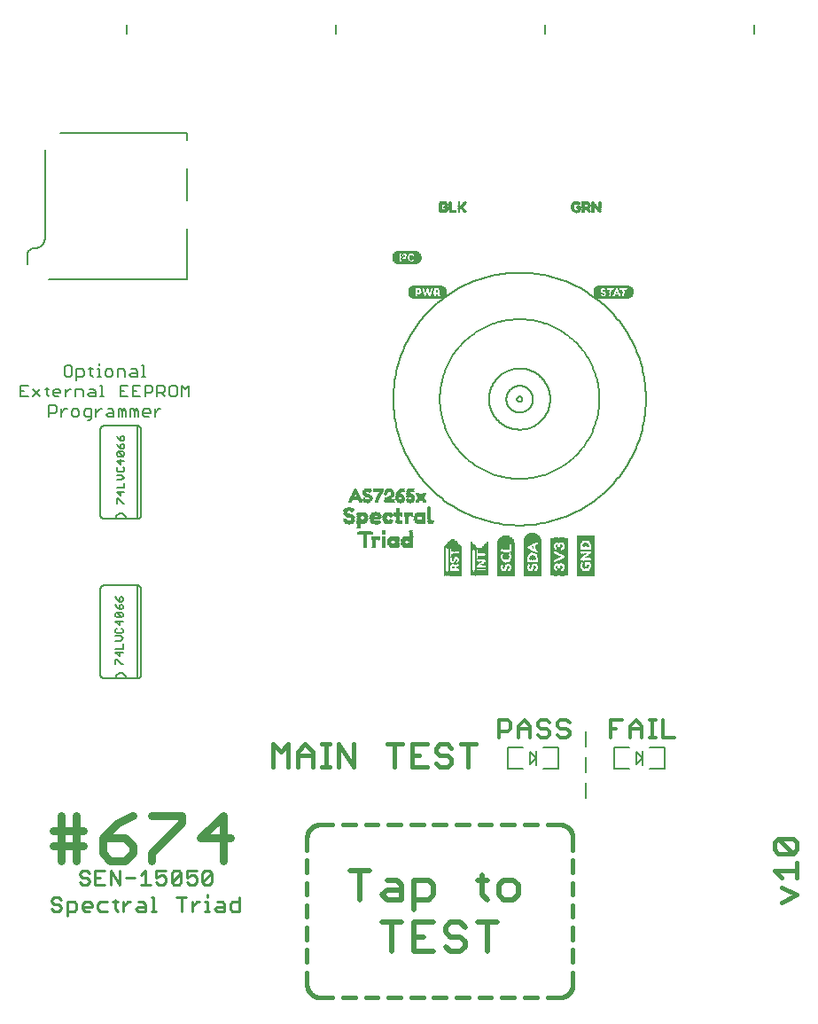
<source format=gto>
G75*
%MOIN*%
%OFA0B0*%
%FSLAX25Y25*%
%IPPOS*%
%LPD*%
%AMOC8*
5,1,8,0,0,1.08239X$1,22.5*
%
%ADD10C,0.00800*%
%ADD11C,0.03000*%
%ADD12C,0.00900*%
%ADD13C,0.02000*%
%ADD14C,0.01500*%
%ADD15C,0.01200*%
%ADD16R,0.07205X0.00118*%
%ADD17R,0.07913X0.00118*%
%ADD18R,0.08386X0.00079*%
%ADD19R,0.08858X0.00157*%
%ADD20R,0.09094X0.00118*%
%ADD21R,0.09331X0.00118*%
%ADD22R,0.09567X0.00079*%
%ADD23R,0.03661X0.00118*%
%ADD24R,0.02126X0.00118*%
%ADD25R,0.02953X0.00118*%
%ADD26R,0.02244X0.00157*%
%ADD27R,0.00591X0.00157*%
%ADD28R,0.01535X0.00157*%
%ADD29R,0.02598X0.00157*%
%ADD30R,0.02244X0.00118*%
%ADD31R,0.00472X0.00118*%
%ADD32R,0.01181X0.00118*%
%ADD33R,0.02362X0.00118*%
%ADD34R,0.00945X0.00118*%
%ADD35R,0.00354X0.00118*%
%ADD36R,0.00827X0.00118*%
%ADD37R,0.02480X0.00157*%
%ADD38R,0.00354X0.00157*%
%ADD39R,0.00236X0.00157*%
%ADD40R,0.02480X0.00118*%
%ADD41R,0.02598X0.00118*%
%ADD42R,0.01063X0.00118*%
%ADD43R,0.02835X0.00118*%
%ADD44R,0.00472X0.00157*%
%ADD45R,0.04252X0.00157*%
%ADD46R,0.04370X0.00118*%
%ADD47R,0.00591X0.00118*%
%ADD48R,0.04488X0.00118*%
%ADD49R,0.00709X0.00157*%
%ADD50R,0.04488X0.00157*%
%ADD51R,0.00236X0.00118*%
%ADD52R,0.00118X0.00118*%
%ADD53R,0.00118X0.00157*%
%ADD54R,0.04370X0.00157*%
%ADD55R,0.04252X0.00118*%
%ADD56R,0.02717X0.00118*%
%ADD57R,0.03071X0.00157*%
%ADD58R,0.03425X0.00118*%
%ADD59R,0.09567X0.00118*%
%ADD60R,0.08858X0.00118*%
%ADD61R,0.08386X0.00118*%
%ADD62R,0.10748X0.00118*%
%ADD63R,0.11457X0.00118*%
%ADD64R,0.11929X0.00079*%
%ADD65R,0.12402X0.00157*%
%ADD66R,0.12638X0.00118*%
%ADD67R,0.12874X0.00118*%
%ADD68R,0.13110X0.00079*%
%ADD69R,0.04961X0.00118*%
%ADD70R,0.03071X0.00118*%
%ADD71R,0.05079X0.00118*%
%ADD72R,0.00945X0.00157*%
%ADD73R,0.01181X0.00157*%
%ADD74R,0.02835X0.00157*%
%ADD75R,0.00709X0.00118*%
%ADD76R,0.00827X0.00157*%
%ADD77R,0.01299X0.00118*%
%ADD78R,0.01654X0.00118*%
%ADD79R,0.01063X0.00157*%
%ADD80R,0.02126X0.00157*%
%ADD81R,0.01417X0.00118*%
%ADD82R,0.13110X0.00118*%
%ADD83R,0.12402X0.00118*%
%ADD84R,0.11929X0.00118*%
%ADD85R,0.00197X0.00197*%
%ADD86R,0.01378X0.00197*%
%ADD87R,0.02756X0.00197*%
%ADD88R,0.01181X0.00197*%
%ADD89R,0.00394X0.00197*%
%ADD90R,0.02165X0.00197*%
%ADD91R,0.00984X0.00197*%
%ADD92R,0.02362X0.00197*%
%ADD93R,0.03740X0.00197*%
%ADD94R,0.01969X0.00197*%
%ADD95R,0.01772X0.00197*%
%ADD96R,0.02559X0.00197*%
%ADD97R,0.02953X0.00197*%
%ADD98R,0.03150X0.00197*%
%ADD99R,0.01575X0.00197*%
%ADD100R,0.03346X0.00197*%
%ADD101R,0.03543X0.00197*%
%ADD102R,0.00591X0.00197*%
%ADD103R,0.00787X0.00197*%
%ADD104R,0.01575X0.00236*%
%ADD105R,0.01378X0.00236*%
%ADD106R,0.02559X0.00236*%
%ADD107R,0.01969X0.00236*%
%ADD108R,0.03543X0.00236*%
%ADD109R,0.03150X0.00236*%
%ADD110R,0.02756X0.00236*%
%ADD111R,0.03937X0.00197*%
%ADD112R,0.04134X0.00197*%
%ADD113R,0.04331X0.00197*%
%ADD114R,0.04528X0.00197*%
%ADD115R,0.04724X0.00236*%
%ADD116R,0.03346X0.00236*%
%ADD117R,0.01181X0.00236*%
%ADD118R,0.00984X0.00236*%
%ADD119R,0.04921X0.00197*%
%ADD120R,0.05315X0.00197*%
%ADD121R,0.03937X0.00236*%
%ADD122R,0.02362X0.00236*%
%ADD123R,0.00945X0.00236*%
%ADD124R,0.01654X0.00236*%
%ADD125R,0.01417X0.00236*%
%ADD126R,0.02598X0.00236*%
%ADD127R,0.00709X0.00236*%
%ADD128R,0.03307X0.00236*%
%ADD129R,0.03780X0.00236*%
%ADD130R,0.04016X0.00236*%
%ADD131R,0.01890X0.00236*%
%ADD132R,0.00472X0.00236*%
%ADD133R,0.03071X0.00236*%
%ADD134R,0.02835X0.00236*%
%ADD135R,0.04252X0.00236*%
%ADD136R,0.04488X0.00236*%
%ADD137R,0.02126X0.00236*%
%ADD138R,0.00236X0.00236*%
%ADD139R,0.12165X0.00118*%
%ADD140R,0.12638X0.00079*%
%ADD141R,0.13110X0.00157*%
%ADD142R,0.13346X0.00118*%
%ADD143R,0.13583X0.00118*%
%ADD144R,0.13819X0.00079*%
%ADD145R,0.10630X0.00118*%
%ADD146R,0.02008X0.00118*%
%ADD147R,0.02362X0.00157*%
%ADD148R,0.01535X0.00118*%
%ADD149R,0.03543X0.00118*%
%ADD150R,0.01299X0.00157*%
%ADD151R,0.03543X0.00157*%
%ADD152R,0.01772X0.00118*%
%ADD153R,0.02717X0.00157*%
%ADD154R,0.03189X0.00118*%
%ADD155R,0.03898X0.00157*%
%ADD156R,0.03425X0.00157*%
%ADD157R,0.03307X0.00118*%
%ADD158R,0.01417X0.00157*%
%ADD159R,0.01654X0.00157*%
%ADD160R,0.03189X0.00157*%
%ADD161R,0.13819X0.00118*%
%ADD162R,0.04961X0.00236*%
%ADD163R,0.05906X0.00236*%
%ADD164R,0.05433X0.00236*%
%ADD165R,0.01732X0.00157*%
%ADD166R,0.00157X0.00157*%
%ADD167R,0.00315X0.00157*%
%ADD168R,0.02520X0.00157*%
%ADD169R,0.00787X0.00157*%
%ADD170R,0.01102X0.00157*%
%ADD171R,0.02992X0.00157*%
%ADD172R,0.01260X0.00157*%
%ADD173R,0.03150X0.00157*%
%ADD174R,0.01575X0.00157*%
%ADD175R,0.02205X0.00157*%
%ADD176R,0.02047X0.00157*%
%ADD177R,0.01890X0.00157*%
%ADD178R,0.03307X0.00157*%
%ADD179R,0.02677X0.00157*%
%ADD180R,0.00630X0.00157*%
%ADD181R,0.03465X0.00157*%
%ADD182R,0.00157X0.15276*%
%ADD183R,0.00157X0.03307*%
%ADD184R,0.00157X0.11024*%
%ADD185R,0.00157X0.02992*%
%ADD186R,0.00157X0.01260*%
%ADD187R,0.00157X0.01890*%
%ADD188R,0.00157X0.00630*%
%ADD189R,0.00157X0.02677*%
%ADD190R,0.00157X0.00787*%
%ADD191R,0.00157X0.01575*%
%ADD192R,0.00157X0.00472*%
%ADD193R,0.00157X0.02520*%
%ADD194R,0.00157X0.01417*%
%ADD195R,0.00157X0.02205*%
%ADD196R,0.00157X0.02362*%
%ADD197R,0.00157X0.02047*%
%ADD198R,0.00157X0.01102*%
%ADD199R,0.00157X0.00945*%
%ADD200R,0.00157X0.02835*%
%ADD201R,0.00157X0.01732*%
%ADD202R,0.00157X0.00315*%
%ADD203R,0.00157X0.03150*%
%ADD204R,0.00157X0.14331*%
%ADD205R,0.00157X0.07087*%
%ADD206R,0.00157X0.03465*%
%ADD207R,0.00157X0.13858*%
%ADD208R,0.00157X0.14646*%
%ADD209R,0.00157X0.14961*%
%ADD210R,0.00157X0.15118*%
%ADD211R,0.00157X0.15433*%
%ADD212R,0.00157X0.11969*%
%ADD213R,0.00157X0.04567*%
%ADD214R,0.00157X0.04409*%
%ADD215R,0.00157X0.04252*%
%ADD216R,0.00157X0.04094*%
%ADD217R,0.00157X0.03937*%
%ADD218R,0.00157X0.03780*%
%ADD219R,0.00157X0.12913*%
%ADD220R,0.00157X0.13386*%
%ADD221R,0.00157X0.13701*%
%ADD222R,0.00157X0.14016*%
%ADD223R,0.00157X0.14173*%
%ADD224R,0.00157X0.14488*%
%ADD225R,0.00157X0.04882*%
%ADD226R,0.00157X0.05039*%
%ADD227R,0.00157X0.05197*%
%ADD228R,0.00157X0.03622*%
%ADD229R,0.00157X0.12756*%
%ADD230R,0.00157X0.12598*%
%ADD231R,0.00157X0.12441*%
%ADD232R,0.00157X0.12283*%
%ADD233R,0.00157X0.11181*%
%ADD234R,0.00157X0.10866*%
%ADD235R,0.00157X0.10709*%
%ADD236R,0.00157X0.12126*%
%ADD237R,0.00157X0.11496*%
%ADD238R,0.00157X0.11654*%
%ADD239R,0.00157X0.13071*%
%ADD240R,0.00157X0.13228*%
%ADD241R,0.00157X0.11811*%
%ADD242C,0.00500*%
%ADD243C,0.01600*%
D10*
X0112860Y0180000D02*
X0117060Y0180000D01*
X0121060Y0180000D01*
X0125260Y0180000D01*
X0125360Y0180000D02*
X0125360Y0215000D01*
X0125260Y0215000D02*
X0112860Y0215000D01*
X0112784Y0214998D01*
X0112708Y0214992D01*
X0112633Y0214983D01*
X0112558Y0214969D01*
X0112484Y0214952D01*
X0112411Y0214931D01*
X0112339Y0214907D01*
X0112268Y0214878D01*
X0112199Y0214847D01*
X0112132Y0214812D01*
X0112067Y0214773D01*
X0112003Y0214731D01*
X0111942Y0214686D01*
X0111883Y0214638D01*
X0111827Y0214587D01*
X0111773Y0214533D01*
X0111722Y0214477D01*
X0111674Y0214418D01*
X0111629Y0214357D01*
X0111587Y0214293D01*
X0111548Y0214228D01*
X0111513Y0214161D01*
X0111482Y0214092D01*
X0111453Y0214021D01*
X0111429Y0213949D01*
X0111408Y0213876D01*
X0111391Y0213802D01*
X0111377Y0213727D01*
X0111368Y0213652D01*
X0111362Y0213576D01*
X0111360Y0213500D01*
X0111360Y0181500D01*
X0111362Y0181424D01*
X0111368Y0181348D01*
X0111377Y0181273D01*
X0111391Y0181198D01*
X0111408Y0181124D01*
X0111429Y0181051D01*
X0111453Y0180979D01*
X0111482Y0180908D01*
X0111513Y0180839D01*
X0111548Y0180772D01*
X0111587Y0180707D01*
X0111629Y0180643D01*
X0111674Y0180582D01*
X0111722Y0180523D01*
X0111773Y0180467D01*
X0111827Y0180413D01*
X0111883Y0180362D01*
X0111942Y0180314D01*
X0112003Y0180269D01*
X0112067Y0180227D01*
X0112132Y0180188D01*
X0112199Y0180153D01*
X0112268Y0180122D01*
X0112339Y0180093D01*
X0112411Y0180069D01*
X0112484Y0180048D01*
X0112558Y0180031D01*
X0112633Y0180017D01*
X0112708Y0180008D01*
X0112784Y0180002D01*
X0112860Y0180000D01*
X0117060Y0180000D02*
X0117062Y0180088D01*
X0117068Y0180177D01*
X0117078Y0180265D01*
X0117091Y0180352D01*
X0117109Y0180439D01*
X0117130Y0180525D01*
X0117155Y0180610D01*
X0117184Y0180693D01*
X0117217Y0180776D01*
X0117253Y0180856D01*
X0117292Y0180935D01*
X0117335Y0181013D01*
X0117382Y0181088D01*
X0117432Y0181161D01*
X0117485Y0181232D01*
X0117541Y0181301D01*
X0117600Y0181367D01*
X0117662Y0181430D01*
X0117726Y0181490D01*
X0117793Y0181548D01*
X0117863Y0181602D01*
X0117935Y0181654D01*
X0118009Y0181702D01*
X0118086Y0181747D01*
X0118164Y0181788D01*
X0118244Y0181826D01*
X0118325Y0181860D01*
X0118408Y0181891D01*
X0118493Y0181918D01*
X0118578Y0181941D01*
X0118664Y0181960D01*
X0118752Y0181976D01*
X0118839Y0181988D01*
X0118927Y0181996D01*
X0119016Y0182000D01*
X0119104Y0182000D01*
X0119193Y0181996D01*
X0119281Y0181988D01*
X0119368Y0181976D01*
X0119456Y0181960D01*
X0119542Y0181941D01*
X0119627Y0181918D01*
X0119712Y0181891D01*
X0119795Y0181860D01*
X0119876Y0181826D01*
X0119956Y0181788D01*
X0120034Y0181747D01*
X0120111Y0181702D01*
X0120185Y0181654D01*
X0120257Y0181602D01*
X0120327Y0181548D01*
X0120394Y0181490D01*
X0120458Y0181430D01*
X0120520Y0181367D01*
X0120579Y0181301D01*
X0120635Y0181232D01*
X0120688Y0181161D01*
X0120738Y0181088D01*
X0120785Y0181013D01*
X0120828Y0180935D01*
X0120867Y0180856D01*
X0120903Y0180776D01*
X0120936Y0180693D01*
X0120965Y0180610D01*
X0120990Y0180525D01*
X0121011Y0180439D01*
X0121029Y0180352D01*
X0121042Y0180265D01*
X0121052Y0180177D01*
X0121058Y0180088D01*
X0121060Y0180000D01*
X0125260Y0180000D02*
X0125336Y0180002D01*
X0125412Y0180008D01*
X0125487Y0180017D01*
X0125562Y0180031D01*
X0125636Y0180048D01*
X0125709Y0180069D01*
X0125781Y0180093D01*
X0125852Y0180122D01*
X0125921Y0180153D01*
X0125988Y0180188D01*
X0126053Y0180227D01*
X0126117Y0180269D01*
X0126178Y0180314D01*
X0126237Y0180362D01*
X0126293Y0180413D01*
X0126347Y0180467D01*
X0126398Y0180523D01*
X0126446Y0180582D01*
X0126491Y0180643D01*
X0126533Y0180707D01*
X0126572Y0180772D01*
X0126607Y0180839D01*
X0126638Y0180908D01*
X0126667Y0180979D01*
X0126691Y0181051D01*
X0126712Y0181124D01*
X0126729Y0181198D01*
X0126743Y0181273D01*
X0126752Y0181348D01*
X0126758Y0181424D01*
X0126760Y0181500D01*
X0126760Y0213500D01*
X0126758Y0213576D01*
X0126752Y0213652D01*
X0126743Y0213727D01*
X0126729Y0213802D01*
X0126712Y0213876D01*
X0126691Y0213949D01*
X0126667Y0214021D01*
X0126638Y0214092D01*
X0126607Y0214161D01*
X0126572Y0214228D01*
X0126533Y0214293D01*
X0126491Y0214357D01*
X0126446Y0214418D01*
X0126398Y0214477D01*
X0126347Y0214533D01*
X0126293Y0214587D01*
X0126237Y0214638D01*
X0126178Y0214686D01*
X0126117Y0214731D01*
X0126053Y0214773D01*
X0125988Y0214812D01*
X0125921Y0214847D01*
X0125852Y0214878D01*
X0125781Y0214907D01*
X0125709Y0214931D01*
X0125636Y0214952D01*
X0125562Y0214969D01*
X0125487Y0214983D01*
X0125412Y0214992D01*
X0125336Y0214998D01*
X0125260Y0215000D01*
X0125260Y0240000D02*
X0121060Y0240000D01*
X0117060Y0240000D01*
X0112860Y0240000D01*
X0112784Y0240002D01*
X0112708Y0240008D01*
X0112633Y0240017D01*
X0112558Y0240031D01*
X0112484Y0240048D01*
X0112411Y0240069D01*
X0112339Y0240093D01*
X0112268Y0240122D01*
X0112199Y0240153D01*
X0112132Y0240188D01*
X0112067Y0240227D01*
X0112003Y0240269D01*
X0111942Y0240314D01*
X0111883Y0240362D01*
X0111827Y0240413D01*
X0111773Y0240467D01*
X0111722Y0240523D01*
X0111674Y0240582D01*
X0111629Y0240643D01*
X0111587Y0240707D01*
X0111548Y0240772D01*
X0111513Y0240839D01*
X0111482Y0240908D01*
X0111453Y0240979D01*
X0111429Y0241051D01*
X0111408Y0241124D01*
X0111391Y0241198D01*
X0111377Y0241273D01*
X0111368Y0241348D01*
X0111362Y0241424D01*
X0111360Y0241500D01*
X0111360Y0273500D01*
X0111362Y0273576D01*
X0111368Y0273652D01*
X0111377Y0273727D01*
X0111391Y0273802D01*
X0111408Y0273876D01*
X0111429Y0273949D01*
X0111453Y0274021D01*
X0111482Y0274092D01*
X0111513Y0274161D01*
X0111548Y0274228D01*
X0111587Y0274293D01*
X0111629Y0274357D01*
X0111674Y0274418D01*
X0111722Y0274477D01*
X0111773Y0274533D01*
X0111827Y0274587D01*
X0111883Y0274638D01*
X0111942Y0274686D01*
X0112003Y0274731D01*
X0112067Y0274773D01*
X0112132Y0274812D01*
X0112199Y0274847D01*
X0112268Y0274878D01*
X0112339Y0274907D01*
X0112411Y0274931D01*
X0112484Y0274952D01*
X0112558Y0274969D01*
X0112633Y0274983D01*
X0112708Y0274992D01*
X0112784Y0274998D01*
X0112860Y0275000D01*
X0125260Y0275000D01*
X0125360Y0275000D02*
X0125360Y0240000D01*
X0125260Y0240000D02*
X0125336Y0240002D01*
X0125412Y0240008D01*
X0125487Y0240017D01*
X0125562Y0240031D01*
X0125636Y0240048D01*
X0125709Y0240069D01*
X0125781Y0240093D01*
X0125852Y0240122D01*
X0125921Y0240153D01*
X0125988Y0240188D01*
X0126053Y0240227D01*
X0126117Y0240269D01*
X0126178Y0240314D01*
X0126237Y0240362D01*
X0126293Y0240413D01*
X0126347Y0240467D01*
X0126398Y0240523D01*
X0126446Y0240582D01*
X0126491Y0240643D01*
X0126533Y0240707D01*
X0126572Y0240772D01*
X0126607Y0240839D01*
X0126638Y0240908D01*
X0126667Y0240979D01*
X0126691Y0241051D01*
X0126712Y0241124D01*
X0126729Y0241198D01*
X0126743Y0241273D01*
X0126752Y0241348D01*
X0126758Y0241424D01*
X0126760Y0241500D01*
X0126760Y0273500D01*
X0126758Y0273576D01*
X0126752Y0273652D01*
X0126743Y0273727D01*
X0126729Y0273802D01*
X0126712Y0273876D01*
X0126691Y0273949D01*
X0126667Y0274021D01*
X0126638Y0274092D01*
X0126607Y0274161D01*
X0126572Y0274228D01*
X0126533Y0274293D01*
X0126491Y0274357D01*
X0126446Y0274418D01*
X0126398Y0274477D01*
X0126347Y0274533D01*
X0126293Y0274587D01*
X0126237Y0274638D01*
X0126178Y0274686D01*
X0126117Y0274731D01*
X0126053Y0274773D01*
X0125988Y0274812D01*
X0125921Y0274847D01*
X0125852Y0274878D01*
X0125781Y0274907D01*
X0125709Y0274931D01*
X0125636Y0274952D01*
X0125562Y0274969D01*
X0125487Y0274983D01*
X0125412Y0274992D01*
X0125336Y0274998D01*
X0125260Y0275000D01*
X0125587Y0278400D02*
X0125587Y0280502D01*
X0124886Y0281202D01*
X0124185Y0280502D01*
X0124185Y0278400D01*
X0122784Y0278400D02*
X0122784Y0281202D01*
X0123485Y0281202D01*
X0124185Y0280502D01*
X0120983Y0280502D02*
X0120983Y0278400D01*
X0119581Y0278400D02*
X0119581Y0280502D01*
X0120282Y0281202D01*
X0120983Y0280502D01*
X0119581Y0280502D02*
X0118881Y0281202D01*
X0118180Y0281202D01*
X0118180Y0278400D01*
X0116379Y0278400D02*
X0116379Y0280502D01*
X0115678Y0281202D01*
X0114277Y0281202D01*
X0114277Y0279801D02*
X0116379Y0279801D01*
X0116379Y0278400D02*
X0114277Y0278400D01*
X0113576Y0279101D01*
X0114277Y0279801D01*
X0111841Y0281202D02*
X0111141Y0281202D01*
X0109740Y0279801D01*
X0109740Y0278400D02*
X0109740Y0281202D01*
X0107938Y0281202D02*
X0105836Y0281202D01*
X0105136Y0280502D01*
X0105136Y0279101D01*
X0105836Y0278400D01*
X0107938Y0278400D01*
X0107938Y0277699D02*
X0107938Y0281202D01*
X0107938Y0277699D02*
X0107238Y0276999D01*
X0106537Y0276999D01*
X0103334Y0279101D02*
X0103334Y0280502D01*
X0102634Y0281202D01*
X0101232Y0281202D01*
X0100532Y0280502D01*
X0100532Y0279101D01*
X0101232Y0278400D01*
X0102634Y0278400D01*
X0103334Y0279101D01*
X0098797Y0281202D02*
X0098096Y0281202D01*
X0096695Y0279801D01*
X0096695Y0278400D02*
X0096695Y0281202D01*
X0094894Y0280502D02*
X0094193Y0279801D01*
X0092091Y0279801D01*
X0092091Y0278400D02*
X0092091Y0282604D01*
X0094193Y0282604D01*
X0094894Y0281903D01*
X0094894Y0280502D01*
X0094327Y0285900D02*
X0093626Y0286601D01*
X0093626Y0288002D01*
X0094327Y0288702D01*
X0095728Y0288702D01*
X0096428Y0288002D01*
X0096428Y0287301D01*
X0093626Y0287301D01*
X0094327Y0285900D02*
X0095728Y0285900D01*
X0098230Y0285900D02*
X0098230Y0288702D01*
X0098230Y0287301D02*
X0099631Y0288702D01*
X0100332Y0288702D01*
X0102066Y0288702D02*
X0104168Y0288702D01*
X0104869Y0288002D01*
X0104869Y0285900D01*
X0106670Y0286601D02*
X0107371Y0287301D01*
X0109473Y0287301D01*
X0109473Y0288002D02*
X0109473Y0285900D01*
X0107371Y0285900D01*
X0106670Y0286601D01*
X0107371Y0288702D02*
X0108772Y0288702D01*
X0109473Y0288002D01*
X0111274Y0290104D02*
X0111975Y0290104D01*
X0111975Y0285900D01*
X0112675Y0285900D02*
X0111274Y0285900D01*
X0111525Y0293400D02*
X0110123Y0293400D01*
X0110824Y0293400D02*
X0110824Y0296202D01*
X0110123Y0296202D01*
X0110824Y0297604D02*
X0110824Y0298304D01*
X0108455Y0296202D02*
X0107054Y0296202D01*
X0107755Y0296903D02*
X0107755Y0294101D01*
X0108455Y0293400D01*
X0105253Y0294101D02*
X0105253Y0295502D01*
X0104552Y0296202D01*
X0102450Y0296202D01*
X0102450Y0291999D01*
X0102450Y0293400D02*
X0104552Y0293400D01*
X0105253Y0294101D01*
X0100649Y0294101D02*
X0100649Y0296903D01*
X0099948Y0297604D01*
X0098547Y0297604D01*
X0097846Y0296903D01*
X0097846Y0294101D01*
X0098547Y0293400D01*
X0099948Y0293400D01*
X0100649Y0294101D01*
X0102066Y0288702D02*
X0102066Y0285900D01*
X0091958Y0285900D02*
X0091257Y0286601D01*
X0091257Y0289403D01*
X0090557Y0288702D02*
X0091958Y0288702D01*
X0088755Y0288702D02*
X0085953Y0285900D01*
X0084151Y0285900D02*
X0081349Y0285900D01*
X0081349Y0290104D01*
X0084151Y0290104D01*
X0085953Y0288702D02*
X0088755Y0285900D01*
X0082750Y0288002D02*
X0081349Y0288002D01*
X0092091Y0329882D02*
X0144060Y0329882D01*
X0144060Y0349173D01*
X0144060Y0359803D02*
X0144060Y0371614D01*
X0144060Y0382244D02*
X0144060Y0385000D01*
X0096422Y0385000D01*
X0090517Y0378701D02*
X0090517Y0345630D01*
X0090512Y0345504D01*
X0090503Y0345379D01*
X0090490Y0345254D01*
X0090473Y0345130D01*
X0090453Y0345006D01*
X0090429Y0344883D01*
X0090401Y0344761D01*
X0090369Y0344640D01*
X0090333Y0344520D01*
X0090294Y0344401D01*
X0090251Y0344283D01*
X0090204Y0344167D01*
X0090154Y0344052D01*
X0090100Y0343938D01*
X0090042Y0343827D01*
X0089982Y0343717D01*
X0089917Y0343610D01*
X0089850Y0343504D01*
X0089779Y0343400D01*
X0089705Y0343299D01*
X0089628Y0343200D01*
X0089548Y0343103D01*
X0089465Y0343009D01*
X0089380Y0342918D01*
X0089291Y0342829D01*
X0089200Y0342744D01*
X0089106Y0342661D01*
X0089009Y0342581D01*
X0088910Y0342504D01*
X0088809Y0342430D01*
X0088705Y0342359D01*
X0088599Y0342292D01*
X0088492Y0342227D01*
X0088382Y0342167D01*
X0088271Y0342109D01*
X0088157Y0342055D01*
X0088042Y0342005D01*
X0087926Y0341958D01*
X0087808Y0341915D01*
X0087689Y0341876D01*
X0087569Y0341840D01*
X0087448Y0341808D01*
X0087326Y0341780D01*
X0087203Y0341756D01*
X0087079Y0341736D01*
X0086955Y0341719D01*
X0086830Y0341706D01*
X0086705Y0341697D01*
X0086579Y0341692D01*
X0086580Y0341693D02*
X0086479Y0341699D01*
X0086379Y0341701D01*
X0086278Y0341699D01*
X0086178Y0341693D01*
X0086078Y0341683D01*
X0085978Y0341669D01*
X0085879Y0341651D01*
X0085781Y0341629D01*
X0085684Y0341604D01*
X0085587Y0341575D01*
X0085492Y0341542D01*
X0085399Y0341505D01*
X0085307Y0341464D01*
X0085216Y0341420D01*
X0085127Y0341373D01*
X0085041Y0341322D01*
X0084956Y0341268D01*
X0084873Y0341210D01*
X0084793Y0341150D01*
X0084716Y0341086D01*
X0084640Y0341019D01*
X0084568Y0340949D01*
X0084498Y0340877D01*
X0084431Y0340801D01*
X0084367Y0340724D01*
X0084307Y0340644D01*
X0084249Y0340561D01*
X0084195Y0340476D01*
X0084144Y0340390D01*
X0084097Y0340301D01*
X0084053Y0340210D01*
X0084012Y0340118D01*
X0083975Y0340025D01*
X0083942Y0339930D01*
X0083913Y0339833D01*
X0083888Y0339736D01*
X0083866Y0339638D01*
X0083848Y0339539D01*
X0083834Y0339439D01*
X0083824Y0339339D01*
X0083818Y0339239D01*
X0083816Y0339138D01*
X0083818Y0339038D01*
X0083824Y0338937D01*
X0083824Y0335787D01*
X0113893Y0296202D02*
X0113193Y0295502D01*
X0113193Y0294101D01*
X0113893Y0293400D01*
X0115294Y0293400D01*
X0115995Y0294101D01*
X0115995Y0295502D01*
X0115294Y0296202D01*
X0113893Y0296202D01*
X0117797Y0296202D02*
X0117797Y0293400D01*
X0120599Y0293400D02*
X0120599Y0295502D01*
X0119898Y0296202D01*
X0117797Y0296202D01*
X0122400Y0294101D02*
X0123101Y0294801D01*
X0125203Y0294801D01*
X0125203Y0295502D02*
X0125203Y0293400D01*
X0123101Y0293400D01*
X0122400Y0294101D01*
X0123101Y0296202D02*
X0124502Y0296202D01*
X0125203Y0295502D01*
X0127004Y0297604D02*
X0127705Y0297604D01*
X0127705Y0293400D01*
X0127004Y0293400D02*
X0128406Y0293400D01*
X0128155Y0290104D02*
X0130257Y0290104D01*
X0130958Y0289403D01*
X0130958Y0288002D01*
X0130257Y0287301D01*
X0128155Y0287301D01*
X0128155Y0285900D02*
X0128155Y0290104D01*
X0126354Y0290104D02*
X0123551Y0290104D01*
X0123551Y0285900D01*
X0126354Y0285900D01*
X0124953Y0288002D02*
X0123551Y0288002D01*
X0121750Y0290104D02*
X0118948Y0290104D01*
X0118948Y0285900D01*
X0121750Y0285900D01*
X0120349Y0288002D02*
X0118948Y0288002D01*
X0127388Y0280502D02*
X0127388Y0279101D01*
X0128089Y0278400D01*
X0129490Y0278400D01*
X0130190Y0279801D02*
X0127388Y0279801D01*
X0127388Y0280502D02*
X0128089Y0281202D01*
X0129490Y0281202D01*
X0130190Y0280502D01*
X0130190Y0279801D01*
X0131992Y0279801D02*
X0133393Y0281202D01*
X0134094Y0281202D01*
X0131992Y0281202D02*
X0131992Y0278400D01*
X0132759Y0285900D02*
X0132759Y0290104D01*
X0134861Y0290104D01*
X0135562Y0289403D01*
X0135562Y0288002D01*
X0134861Y0287301D01*
X0132759Y0287301D01*
X0134160Y0287301D02*
X0135562Y0285900D01*
X0137363Y0286601D02*
X0138064Y0285900D01*
X0139465Y0285900D01*
X0140166Y0286601D01*
X0140166Y0289403D01*
X0139465Y0290104D01*
X0138064Y0290104D01*
X0137363Y0289403D01*
X0137363Y0286601D01*
X0141967Y0285900D02*
X0141967Y0290104D01*
X0143368Y0288702D01*
X0144770Y0290104D01*
X0144770Y0285900D01*
X0121060Y0240000D02*
X0121058Y0240088D01*
X0121052Y0240177D01*
X0121042Y0240265D01*
X0121029Y0240352D01*
X0121011Y0240439D01*
X0120990Y0240525D01*
X0120965Y0240610D01*
X0120936Y0240693D01*
X0120903Y0240776D01*
X0120867Y0240856D01*
X0120828Y0240935D01*
X0120785Y0241013D01*
X0120738Y0241088D01*
X0120688Y0241161D01*
X0120635Y0241232D01*
X0120579Y0241301D01*
X0120520Y0241367D01*
X0120458Y0241430D01*
X0120394Y0241490D01*
X0120327Y0241548D01*
X0120257Y0241602D01*
X0120185Y0241654D01*
X0120111Y0241702D01*
X0120034Y0241747D01*
X0119956Y0241788D01*
X0119876Y0241826D01*
X0119795Y0241860D01*
X0119712Y0241891D01*
X0119627Y0241918D01*
X0119542Y0241941D01*
X0119456Y0241960D01*
X0119368Y0241976D01*
X0119281Y0241988D01*
X0119193Y0241996D01*
X0119104Y0242000D01*
X0119016Y0242000D01*
X0118927Y0241996D01*
X0118839Y0241988D01*
X0118752Y0241976D01*
X0118664Y0241960D01*
X0118578Y0241941D01*
X0118493Y0241918D01*
X0118408Y0241891D01*
X0118325Y0241860D01*
X0118244Y0241826D01*
X0118164Y0241788D01*
X0118086Y0241747D01*
X0118009Y0241702D01*
X0117935Y0241654D01*
X0117863Y0241602D01*
X0117793Y0241548D01*
X0117726Y0241490D01*
X0117662Y0241430D01*
X0117600Y0241367D01*
X0117541Y0241301D01*
X0117485Y0241232D01*
X0117432Y0241161D01*
X0117382Y0241088D01*
X0117335Y0241013D01*
X0117292Y0240935D01*
X0117253Y0240856D01*
X0117217Y0240776D01*
X0117184Y0240693D01*
X0117155Y0240610D01*
X0117130Y0240525D01*
X0117109Y0240439D01*
X0117091Y0240352D01*
X0117078Y0240265D01*
X0117068Y0240177D01*
X0117062Y0240088D01*
X0117060Y0240000D01*
X0264611Y0153937D02*
X0264611Y0146063D01*
X0270123Y0146063D01*
X0272879Y0147638D02*
X0275241Y0150000D01*
X0272879Y0152362D01*
X0272879Y0147638D01*
X0275241Y0147244D02*
X0275241Y0150000D01*
X0275241Y0152756D01*
X0277997Y0153937D02*
X0283509Y0153937D01*
X0283509Y0146063D01*
X0277997Y0146063D01*
X0270123Y0153937D02*
X0264611Y0153937D01*
X0294060Y0154291D02*
X0294060Y0160000D01*
X0294060Y0150354D02*
X0294060Y0144646D01*
X0294060Y0140709D02*
X0294060Y0135000D01*
X0304611Y0146063D02*
X0304611Y0153937D01*
X0310123Y0153937D01*
X0312879Y0152362D02*
X0312879Y0147638D01*
X0315241Y0150000D01*
X0312879Y0152362D01*
X0315241Y0152756D02*
X0315241Y0150000D01*
X0315241Y0147244D01*
X0317997Y0146063D02*
X0323509Y0146063D01*
X0323509Y0153937D01*
X0317997Y0153937D01*
X0310123Y0146063D02*
X0304611Y0146063D01*
X0221557Y0285000D02*
X0221571Y0286166D01*
X0221614Y0287331D01*
X0221686Y0288495D01*
X0221786Y0289656D01*
X0221914Y0290815D01*
X0222071Y0291970D01*
X0222256Y0293121D01*
X0222470Y0294267D01*
X0222711Y0295408D01*
X0222981Y0296542D01*
X0223278Y0297670D01*
X0223602Y0298789D01*
X0223955Y0299901D01*
X0224334Y0301003D01*
X0224740Y0302096D01*
X0225173Y0303179D01*
X0225632Y0304250D01*
X0226118Y0305310D01*
X0226629Y0306358D01*
X0227166Y0307393D01*
X0227728Y0308414D01*
X0228315Y0309421D01*
X0228927Y0310414D01*
X0229563Y0311391D01*
X0230222Y0312353D01*
X0230905Y0313298D01*
X0231611Y0314225D01*
X0232340Y0315136D01*
X0233090Y0316028D01*
X0233863Y0316901D01*
X0234656Y0317755D01*
X0235470Y0318590D01*
X0236305Y0319404D01*
X0237159Y0320197D01*
X0238032Y0320970D01*
X0238924Y0321720D01*
X0239835Y0322449D01*
X0240762Y0323155D01*
X0241707Y0323838D01*
X0242669Y0324497D01*
X0243646Y0325133D01*
X0244639Y0325745D01*
X0245646Y0326332D01*
X0246667Y0326894D01*
X0247702Y0327431D01*
X0248750Y0327942D01*
X0249810Y0328428D01*
X0250881Y0328887D01*
X0251964Y0329320D01*
X0253057Y0329726D01*
X0254159Y0330105D01*
X0255271Y0330458D01*
X0256390Y0330782D01*
X0257518Y0331079D01*
X0258652Y0331349D01*
X0259793Y0331590D01*
X0260939Y0331804D01*
X0262090Y0331989D01*
X0263245Y0332146D01*
X0264404Y0332274D01*
X0265565Y0332374D01*
X0266729Y0332446D01*
X0267894Y0332489D01*
X0269060Y0332503D01*
X0270226Y0332489D01*
X0271391Y0332446D01*
X0272555Y0332374D01*
X0273716Y0332274D01*
X0274875Y0332146D01*
X0276030Y0331989D01*
X0277181Y0331804D01*
X0278327Y0331590D01*
X0279468Y0331349D01*
X0280602Y0331079D01*
X0281730Y0330782D01*
X0282849Y0330458D01*
X0283961Y0330105D01*
X0285063Y0329726D01*
X0286156Y0329320D01*
X0287239Y0328887D01*
X0288310Y0328428D01*
X0289370Y0327942D01*
X0290418Y0327431D01*
X0291453Y0326894D01*
X0292474Y0326332D01*
X0293481Y0325745D01*
X0294474Y0325133D01*
X0295451Y0324497D01*
X0296413Y0323838D01*
X0297358Y0323155D01*
X0298285Y0322449D01*
X0299196Y0321720D01*
X0300088Y0320970D01*
X0300961Y0320197D01*
X0301815Y0319404D01*
X0302650Y0318590D01*
X0303464Y0317755D01*
X0304257Y0316901D01*
X0305030Y0316028D01*
X0305780Y0315136D01*
X0306509Y0314225D01*
X0307215Y0313298D01*
X0307898Y0312353D01*
X0308557Y0311391D01*
X0309193Y0310414D01*
X0309805Y0309421D01*
X0310392Y0308414D01*
X0310954Y0307393D01*
X0311491Y0306358D01*
X0312002Y0305310D01*
X0312488Y0304250D01*
X0312947Y0303179D01*
X0313380Y0302096D01*
X0313786Y0301003D01*
X0314165Y0299901D01*
X0314518Y0298789D01*
X0314842Y0297670D01*
X0315139Y0296542D01*
X0315409Y0295408D01*
X0315650Y0294267D01*
X0315864Y0293121D01*
X0316049Y0291970D01*
X0316206Y0290815D01*
X0316334Y0289656D01*
X0316434Y0288495D01*
X0316506Y0287331D01*
X0316549Y0286166D01*
X0316563Y0285000D01*
X0316549Y0283834D01*
X0316506Y0282669D01*
X0316434Y0281505D01*
X0316334Y0280344D01*
X0316206Y0279185D01*
X0316049Y0278030D01*
X0315864Y0276879D01*
X0315650Y0275733D01*
X0315409Y0274592D01*
X0315139Y0273458D01*
X0314842Y0272330D01*
X0314518Y0271211D01*
X0314165Y0270099D01*
X0313786Y0268997D01*
X0313380Y0267904D01*
X0312947Y0266821D01*
X0312488Y0265750D01*
X0312002Y0264690D01*
X0311491Y0263642D01*
X0310954Y0262607D01*
X0310392Y0261586D01*
X0309805Y0260579D01*
X0309193Y0259586D01*
X0308557Y0258609D01*
X0307898Y0257647D01*
X0307215Y0256702D01*
X0306509Y0255775D01*
X0305780Y0254864D01*
X0305030Y0253972D01*
X0304257Y0253099D01*
X0303464Y0252245D01*
X0302650Y0251410D01*
X0301815Y0250596D01*
X0300961Y0249803D01*
X0300088Y0249030D01*
X0299196Y0248280D01*
X0298285Y0247551D01*
X0297358Y0246845D01*
X0296413Y0246162D01*
X0295451Y0245503D01*
X0294474Y0244867D01*
X0293481Y0244255D01*
X0292474Y0243668D01*
X0291453Y0243106D01*
X0290418Y0242569D01*
X0289370Y0242058D01*
X0288310Y0241572D01*
X0287239Y0241113D01*
X0286156Y0240680D01*
X0285063Y0240274D01*
X0283961Y0239895D01*
X0282849Y0239542D01*
X0281730Y0239218D01*
X0280602Y0238921D01*
X0279468Y0238651D01*
X0278327Y0238410D01*
X0277181Y0238196D01*
X0276030Y0238011D01*
X0274875Y0237854D01*
X0273716Y0237726D01*
X0272555Y0237626D01*
X0271391Y0237554D01*
X0270226Y0237511D01*
X0269060Y0237497D01*
X0267894Y0237511D01*
X0266729Y0237554D01*
X0265565Y0237626D01*
X0264404Y0237726D01*
X0263245Y0237854D01*
X0262090Y0238011D01*
X0260939Y0238196D01*
X0259793Y0238410D01*
X0258652Y0238651D01*
X0257518Y0238921D01*
X0256390Y0239218D01*
X0255271Y0239542D01*
X0254159Y0239895D01*
X0253057Y0240274D01*
X0251964Y0240680D01*
X0250881Y0241113D01*
X0249810Y0241572D01*
X0248750Y0242058D01*
X0247702Y0242569D01*
X0246667Y0243106D01*
X0245646Y0243668D01*
X0244639Y0244255D01*
X0243646Y0244867D01*
X0242669Y0245503D01*
X0241707Y0246162D01*
X0240762Y0246845D01*
X0239835Y0247551D01*
X0238924Y0248280D01*
X0238032Y0249030D01*
X0237159Y0249803D01*
X0236305Y0250596D01*
X0235470Y0251410D01*
X0234656Y0252245D01*
X0233863Y0253099D01*
X0233090Y0253972D01*
X0232340Y0254864D01*
X0231611Y0255775D01*
X0230905Y0256702D01*
X0230222Y0257647D01*
X0229563Y0258609D01*
X0228927Y0259586D01*
X0228315Y0260579D01*
X0227728Y0261586D01*
X0227166Y0262607D01*
X0226629Y0263642D01*
X0226118Y0264690D01*
X0225632Y0265750D01*
X0225173Y0266821D01*
X0224740Y0267904D01*
X0224334Y0268997D01*
X0223955Y0270099D01*
X0223602Y0271211D01*
X0223278Y0272330D01*
X0222981Y0273458D01*
X0222711Y0274592D01*
X0222470Y0275733D01*
X0222256Y0276879D01*
X0222071Y0278030D01*
X0221914Y0279185D01*
X0221786Y0280344D01*
X0221686Y0281505D01*
X0221614Y0282669D01*
X0221571Y0283834D01*
X0221557Y0285000D01*
X0257560Y0285000D02*
X0257563Y0285282D01*
X0257574Y0285564D01*
X0257591Y0285846D01*
X0257615Y0286127D01*
X0257646Y0286408D01*
X0257684Y0286687D01*
X0257729Y0286966D01*
X0257781Y0287244D01*
X0257839Y0287520D01*
X0257905Y0287794D01*
X0257977Y0288067D01*
X0258055Y0288338D01*
X0258140Y0288607D01*
X0258232Y0288874D01*
X0258331Y0289139D01*
X0258435Y0289401D01*
X0258547Y0289660D01*
X0258664Y0289917D01*
X0258788Y0290171D01*
X0258918Y0290421D01*
X0259054Y0290668D01*
X0259196Y0290912D01*
X0259344Y0291152D01*
X0259498Y0291389D01*
X0259658Y0291622D01*
X0259823Y0291851D01*
X0259994Y0292075D01*
X0260170Y0292296D01*
X0260352Y0292511D01*
X0260539Y0292723D01*
X0260731Y0292930D01*
X0260928Y0293132D01*
X0261130Y0293329D01*
X0261337Y0293521D01*
X0261549Y0293708D01*
X0261764Y0293890D01*
X0261985Y0294066D01*
X0262209Y0294237D01*
X0262438Y0294402D01*
X0262671Y0294562D01*
X0262908Y0294716D01*
X0263148Y0294864D01*
X0263392Y0295006D01*
X0263639Y0295142D01*
X0263889Y0295272D01*
X0264143Y0295396D01*
X0264400Y0295513D01*
X0264659Y0295625D01*
X0264921Y0295729D01*
X0265186Y0295828D01*
X0265453Y0295920D01*
X0265722Y0296005D01*
X0265993Y0296083D01*
X0266266Y0296155D01*
X0266540Y0296221D01*
X0266816Y0296279D01*
X0267094Y0296331D01*
X0267373Y0296376D01*
X0267652Y0296414D01*
X0267933Y0296445D01*
X0268214Y0296469D01*
X0268496Y0296486D01*
X0268778Y0296497D01*
X0269060Y0296500D01*
X0269342Y0296497D01*
X0269624Y0296486D01*
X0269906Y0296469D01*
X0270187Y0296445D01*
X0270468Y0296414D01*
X0270747Y0296376D01*
X0271026Y0296331D01*
X0271304Y0296279D01*
X0271580Y0296221D01*
X0271854Y0296155D01*
X0272127Y0296083D01*
X0272398Y0296005D01*
X0272667Y0295920D01*
X0272934Y0295828D01*
X0273199Y0295729D01*
X0273461Y0295625D01*
X0273720Y0295513D01*
X0273977Y0295396D01*
X0274231Y0295272D01*
X0274481Y0295142D01*
X0274728Y0295006D01*
X0274972Y0294864D01*
X0275212Y0294716D01*
X0275449Y0294562D01*
X0275682Y0294402D01*
X0275911Y0294237D01*
X0276135Y0294066D01*
X0276356Y0293890D01*
X0276571Y0293708D01*
X0276783Y0293521D01*
X0276990Y0293329D01*
X0277192Y0293132D01*
X0277389Y0292930D01*
X0277581Y0292723D01*
X0277768Y0292511D01*
X0277950Y0292296D01*
X0278126Y0292075D01*
X0278297Y0291851D01*
X0278462Y0291622D01*
X0278622Y0291389D01*
X0278776Y0291152D01*
X0278924Y0290912D01*
X0279066Y0290668D01*
X0279202Y0290421D01*
X0279332Y0290171D01*
X0279456Y0289917D01*
X0279573Y0289660D01*
X0279685Y0289401D01*
X0279789Y0289139D01*
X0279888Y0288874D01*
X0279980Y0288607D01*
X0280065Y0288338D01*
X0280143Y0288067D01*
X0280215Y0287794D01*
X0280281Y0287520D01*
X0280339Y0287244D01*
X0280391Y0286966D01*
X0280436Y0286687D01*
X0280474Y0286408D01*
X0280505Y0286127D01*
X0280529Y0285846D01*
X0280546Y0285564D01*
X0280557Y0285282D01*
X0280560Y0285000D01*
X0280557Y0284718D01*
X0280546Y0284436D01*
X0280529Y0284154D01*
X0280505Y0283873D01*
X0280474Y0283592D01*
X0280436Y0283313D01*
X0280391Y0283034D01*
X0280339Y0282756D01*
X0280281Y0282480D01*
X0280215Y0282206D01*
X0280143Y0281933D01*
X0280065Y0281662D01*
X0279980Y0281393D01*
X0279888Y0281126D01*
X0279789Y0280861D01*
X0279685Y0280599D01*
X0279573Y0280340D01*
X0279456Y0280083D01*
X0279332Y0279829D01*
X0279202Y0279579D01*
X0279066Y0279332D01*
X0278924Y0279088D01*
X0278776Y0278848D01*
X0278622Y0278611D01*
X0278462Y0278378D01*
X0278297Y0278149D01*
X0278126Y0277925D01*
X0277950Y0277704D01*
X0277768Y0277489D01*
X0277581Y0277277D01*
X0277389Y0277070D01*
X0277192Y0276868D01*
X0276990Y0276671D01*
X0276783Y0276479D01*
X0276571Y0276292D01*
X0276356Y0276110D01*
X0276135Y0275934D01*
X0275911Y0275763D01*
X0275682Y0275598D01*
X0275449Y0275438D01*
X0275212Y0275284D01*
X0274972Y0275136D01*
X0274728Y0274994D01*
X0274481Y0274858D01*
X0274231Y0274728D01*
X0273977Y0274604D01*
X0273720Y0274487D01*
X0273461Y0274375D01*
X0273199Y0274271D01*
X0272934Y0274172D01*
X0272667Y0274080D01*
X0272398Y0273995D01*
X0272127Y0273917D01*
X0271854Y0273845D01*
X0271580Y0273779D01*
X0271304Y0273721D01*
X0271026Y0273669D01*
X0270747Y0273624D01*
X0270468Y0273586D01*
X0270187Y0273555D01*
X0269906Y0273531D01*
X0269624Y0273514D01*
X0269342Y0273503D01*
X0269060Y0273500D01*
X0268778Y0273503D01*
X0268496Y0273514D01*
X0268214Y0273531D01*
X0267933Y0273555D01*
X0267652Y0273586D01*
X0267373Y0273624D01*
X0267094Y0273669D01*
X0266816Y0273721D01*
X0266540Y0273779D01*
X0266266Y0273845D01*
X0265993Y0273917D01*
X0265722Y0273995D01*
X0265453Y0274080D01*
X0265186Y0274172D01*
X0264921Y0274271D01*
X0264659Y0274375D01*
X0264400Y0274487D01*
X0264143Y0274604D01*
X0263889Y0274728D01*
X0263639Y0274858D01*
X0263392Y0274994D01*
X0263148Y0275136D01*
X0262908Y0275284D01*
X0262671Y0275438D01*
X0262438Y0275598D01*
X0262209Y0275763D01*
X0261985Y0275934D01*
X0261764Y0276110D01*
X0261549Y0276292D01*
X0261337Y0276479D01*
X0261130Y0276671D01*
X0260928Y0276868D01*
X0260731Y0277070D01*
X0260539Y0277277D01*
X0260352Y0277489D01*
X0260170Y0277704D01*
X0259994Y0277925D01*
X0259823Y0278149D01*
X0259658Y0278378D01*
X0259498Y0278611D01*
X0259344Y0278848D01*
X0259196Y0279088D01*
X0259054Y0279332D01*
X0258918Y0279579D01*
X0258788Y0279829D01*
X0258664Y0280083D01*
X0258547Y0280340D01*
X0258435Y0280599D01*
X0258331Y0280861D01*
X0258232Y0281126D01*
X0258140Y0281393D01*
X0258055Y0281662D01*
X0257977Y0281933D01*
X0257905Y0282206D01*
X0257839Y0282480D01*
X0257781Y0282756D01*
X0257729Y0283034D01*
X0257684Y0283313D01*
X0257646Y0283592D01*
X0257615Y0283873D01*
X0257591Y0284154D01*
X0257574Y0284436D01*
X0257563Y0284718D01*
X0257560Y0285000D01*
X0239060Y0285000D02*
X0239069Y0285736D01*
X0239096Y0286472D01*
X0239141Y0287207D01*
X0239204Y0287941D01*
X0239286Y0288672D01*
X0239385Y0289402D01*
X0239502Y0290129D01*
X0239636Y0290853D01*
X0239789Y0291573D01*
X0239959Y0292289D01*
X0240147Y0293001D01*
X0240352Y0293709D01*
X0240574Y0294410D01*
X0240814Y0295107D01*
X0241070Y0295797D01*
X0241344Y0296481D01*
X0241634Y0297157D01*
X0241940Y0297827D01*
X0242263Y0298488D01*
X0242602Y0299142D01*
X0242957Y0299787D01*
X0243328Y0300423D01*
X0243714Y0301050D01*
X0244116Y0301667D01*
X0244532Y0302274D01*
X0244964Y0302871D01*
X0245410Y0303457D01*
X0245870Y0304032D01*
X0246344Y0304595D01*
X0246831Y0305147D01*
X0247333Y0305686D01*
X0247847Y0306213D01*
X0248374Y0306727D01*
X0248913Y0307229D01*
X0249465Y0307716D01*
X0250028Y0308190D01*
X0250603Y0308650D01*
X0251189Y0309096D01*
X0251786Y0309528D01*
X0252393Y0309944D01*
X0253010Y0310346D01*
X0253637Y0310732D01*
X0254273Y0311103D01*
X0254918Y0311458D01*
X0255572Y0311797D01*
X0256233Y0312120D01*
X0256903Y0312426D01*
X0257579Y0312716D01*
X0258263Y0312990D01*
X0258953Y0313246D01*
X0259650Y0313486D01*
X0260351Y0313708D01*
X0261059Y0313913D01*
X0261771Y0314101D01*
X0262487Y0314271D01*
X0263207Y0314424D01*
X0263931Y0314558D01*
X0264658Y0314675D01*
X0265388Y0314774D01*
X0266119Y0314856D01*
X0266853Y0314919D01*
X0267588Y0314964D01*
X0268324Y0314991D01*
X0269060Y0315000D01*
X0269796Y0314991D01*
X0270532Y0314964D01*
X0271267Y0314919D01*
X0272001Y0314856D01*
X0272732Y0314774D01*
X0273462Y0314675D01*
X0274189Y0314558D01*
X0274913Y0314424D01*
X0275633Y0314271D01*
X0276349Y0314101D01*
X0277061Y0313913D01*
X0277769Y0313708D01*
X0278470Y0313486D01*
X0279167Y0313246D01*
X0279857Y0312990D01*
X0280541Y0312716D01*
X0281217Y0312426D01*
X0281887Y0312120D01*
X0282548Y0311797D01*
X0283202Y0311458D01*
X0283847Y0311103D01*
X0284483Y0310732D01*
X0285110Y0310346D01*
X0285727Y0309944D01*
X0286334Y0309528D01*
X0286931Y0309096D01*
X0287517Y0308650D01*
X0288092Y0308190D01*
X0288655Y0307716D01*
X0289207Y0307229D01*
X0289746Y0306727D01*
X0290273Y0306213D01*
X0290787Y0305686D01*
X0291289Y0305147D01*
X0291776Y0304595D01*
X0292250Y0304032D01*
X0292710Y0303457D01*
X0293156Y0302871D01*
X0293588Y0302274D01*
X0294004Y0301667D01*
X0294406Y0301050D01*
X0294792Y0300423D01*
X0295163Y0299787D01*
X0295518Y0299142D01*
X0295857Y0298488D01*
X0296180Y0297827D01*
X0296486Y0297157D01*
X0296776Y0296481D01*
X0297050Y0295797D01*
X0297306Y0295107D01*
X0297546Y0294410D01*
X0297768Y0293709D01*
X0297973Y0293001D01*
X0298161Y0292289D01*
X0298331Y0291573D01*
X0298484Y0290853D01*
X0298618Y0290129D01*
X0298735Y0289402D01*
X0298834Y0288672D01*
X0298916Y0287941D01*
X0298979Y0287207D01*
X0299024Y0286472D01*
X0299051Y0285736D01*
X0299060Y0285000D01*
X0299051Y0284264D01*
X0299024Y0283528D01*
X0298979Y0282793D01*
X0298916Y0282059D01*
X0298834Y0281328D01*
X0298735Y0280598D01*
X0298618Y0279871D01*
X0298484Y0279147D01*
X0298331Y0278427D01*
X0298161Y0277711D01*
X0297973Y0276999D01*
X0297768Y0276291D01*
X0297546Y0275590D01*
X0297306Y0274893D01*
X0297050Y0274203D01*
X0296776Y0273519D01*
X0296486Y0272843D01*
X0296180Y0272173D01*
X0295857Y0271512D01*
X0295518Y0270858D01*
X0295163Y0270213D01*
X0294792Y0269577D01*
X0294406Y0268950D01*
X0294004Y0268333D01*
X0293588Y0267726D01*
X0293156Y0267129D01*
X0292710Y0266543D01*
X0292250Y0265968D01*
X0291776Y0265405D01*
X0291289Y0264853D01*
X0290787Y0264314D01*
X0290273Y0263787D01*
X0289746Y0263273D01*
X0289207Y0262771D01*
X0288655Y0262284D01*
X0288092Y0261810D01*
X0287517Y0261350D01*
X0286931Y0260904D01*
X0286334Y0260472D01*
X0285727Y0260056D01*
X0285110Y0259654D01*
X0284483Y0259268D01*
X0283847Y0258897D01*
X0283202Y0258542D01*
X0282548Y0258203D01*
X0281887Y0257880D01*
X0281217Y0257574D01*
X0280541Y0257284D01*
X0279857Y0257010D01*
X0279167Y0256754D01*
X0278470Y0256514D01*
X0277769Y0256292D01*
X0277061Y0256087D01*
X0276349Y0255899D01*
X0275633Y0255729D01*
X0274913Y0255576D01*
X0274189Y0255442D01*
X0273462Y0255325D01*
X0272732Y0255226D01*
X0272001Y0255144D01*
X0271267Y0255081D01*
X0270532Y0255036D01*
X0269796Y0255009D01*
X0269060Y0255000D01*
X0268324Y0255009D01*
X0267588Y0255036D01*
X0266853Y0255081D01*
X0266119Y0255144D01*
X0265388Y0255226D01*
X0264658Y0255325D01*
X0263931Y0255442D01*
X0263207Y0255576D01*
X0262487Y0255729D01*
X0261771Y0255899D01*
X0261059Y0256087D01*
X0260351Y0256292D01*
X0259650Y0256514D01*
X0258953Y0256754D01*
X0258263Y0257010D01*
X0257579Y0257284D01*
X0256903Y0257574D01*
X0256233Y0257880D01*
X0255572Y0258203D01*
X0254918Y0258542D01*
X0254273Y0258897D01*
X0253637Y0259268D01*
X0253010Y0259654D01*
X0252393Y0260056D01*
X0251786Y0260472D01*
X0251189Y0260904D01*
X0250603Y0261350D01*
X0250028Y0261810D01*
X0249465Y0262284D01*
X0248913Y0262771D01*
X0248374Y0263273D01*
X0247847Y0263787D01*
X0247333Y0264314D01*
X0246831Y0264853D01*
X0246344Y0265405D01*
X0245870Y0265968D01*
X0245410Y0266543D01*
X0244964Y0267129D01*
X0244532Y0267726D01*
X0244116Y0268333D01*
X0243714Y0268950D01*
X0243328Y0269577D01*
X0242957Y0270213D01*
X0242602Y0270858D01*
X0242263Y0271512D01*
X0241940Y0272173D01*
X0241634Y0272843D01*
X0241344Y0273519D01*
X0241070Y0274203D01*
X0240814Y0274893D01*
X0240574Y0275590D01*
X0240352Y0276291D01*
X0240147Y0276999D01*
X0239959Y0277711D01*
X0239789Y0278427D01*
X0239636Y0279147D01*
X0239502Y0279871D01*
X0239385Y0280598D01*
X0239286Y0281328D01*
X0239204Y0282059D01*
X0239141Y0282793D01*
X0239096Y0283528D01*
X0239069Y0284264D01*
X0239060Y0285000D01*
X0268060Y0285000D02*
X0268062Y0285063D01*
X0268068Y0285125D01*
X0268078Y0285187D01*
X0268091Y0285249D01*
X0268109Y0285309D01*
X0268130Y0285368D01*
X0268155Y0285426D01*
X0268184Y0285482D01*
X0268216Y0285536D01*
X0268251Y0285588D01*
X0268289Y0285637D01*
X0268331Y0285685D01*
X0268375Y0285729D01*
X0268423Y0285771D01*
X0268472Y0285809D01*
X0268524Y0285844D01*
X0268578Y0285876D01*
X0268634Y0285905D01*
X0268692Y0285930D01*
X0268751Y0285951D01*
X0268811Y0285969D01*
X0268873Y0285982D01*
X0268935Y0285992D01*
X0268997Y0285998D01*
X0269060Y0286000D01*
X0269123Y0285998D01*
X0269185Y0285992D01*
X0269247Y0285982D01*
X0269309Y0285969D01*
X0269369Y0285951D01*
X0269428Y0285930D01*
X0269486Y0285905D01*
X0269542Y0285876D01*
X0269596Y0285844D01*
X0269648Y0285809D01*
X0269697Y0285771D01*
X0269745Y0285729D01*
X0269789Y0285685D01*
X0269831Y0285637D01*
X0269869Y0285588D01*
X0269904Y0285536D01*
X0269936Y0285482D01*
X0269965Y0285426D01*
X0269990Y0285368D01*
X0270011Y0285309D01*
X0270029Y0285249D01*
X0270042Y0285187D01*
X0270052Y0285125D01*
X0270058Y0285063D01*
X0270060Y0285000D01*
X0270058Y0284937D01*
X0270052Y0284875D01*
X0270042Y0284813D01*
X0270029Y0284751D01*
X0270011Y0284691D01*
X0269990Y0284632D01*
X0269965Y0284574D01*
X0269936Y0284518D01*
X0269904Y0284464D01*
X0269869Y0284412D01*
X0269831Y0284363D01*
X0269789Y0284315D01*
X0269745Y0284271D01*
X0269697Y0284229D01*
X0269648Y0284191D01*
X0269596Y0284156D01*
X0269542Y0284124D01*
X0269486Y0284095D01*
X0269428Y0284070D01*
X0269369Y0284049D01*
X0269309Y0284031D01*
X0269247Y0284018D01*
X0269185Y0284008D01*
X0269123Y0284002D01*
X0269060Y0284000D01*
X0268997Y0284002D01*
X0268935Y0284008D01*
X0268873Y0284018D01*
X0268811Y0284031D01*
X0268751Y0284049D01*
X0268692Y0284070D01*
X0268634Y0284095D01*
X0268578Y0284124D01*
X0268524Y0284156D01*
X0268472Y0284191D01*
X0268423Y0284229D01*
X0268375Y0284271D01*
X0268331Y0284315D01*
X0268289Y0284363D01*
X0268251Y0284412D01*
X0268216Y0284464D01*
X0268184Y0284518D01*
X0268155Y0284574D01*
X0268130Y0284632D01*
X0268109Y0284691D01*
X0268091Y0284751D01*
X0268078Y0284813D01*
X0268068Y0284875D01*
X0268062Y0284937D01*
X0268060Y0285000D01*
X0264060Y0285000D02*
X0264062Y0285141D01*
X0264068Y0285282D01*
X0264078Y0285422D01*
X0264092Y0285562D01*
X0264110Y0285702D01*
X0264131Y0285841D01*
X0264157Y0285980D01*
X0264186Y0286118D01*
X0264220Y0286254D01*
X0264257Y0286390D01*
X0264298Y0286525D01*
X0264343Y0286659D01*
X0264392Y0286791D01*
X0264444Y0286922D01*
X0264500Y0287051D01*
X0264560Y0287178D01*
X0264623Y0287304D01*
X0264689Y0287428D01*
X0264760Y0287551D01*
X0264833Y0287671D01*
X0264910Y0287789D01*
X0264990Y0287905D01*
X0265074Y0288018D01*
X0265160Y0288129D01*
X0265250Y0288238D01*
X0265343Y0288344D01*
X0265438Y0288447D01*
X0265537Y0288548D01*
X0265638Y0288646D01*
X0265742Y0288741D01*
X0265849Y0288833D01*
X0265958Y0288922D01*
X0266070Y0289007D01*
X0266184Y0289090D01*
X0266300Y0289170D01*
X0266419Y0289246D01*
X0266540Y0289318D01*
X0266662Y0289388D01*
X0266787Y0289453D01*
X0266913Y0289516D01*
X0267041Y0289574D01*
X0267171Y0289629D01*
X0267302Y0289681D01*
X0267435Y0289728D01*
X0267569Y0289772D01*
X0267704Y0289813D01*
X0267840Y0289849D01*
X0267977Y0289881D01*
X0268115Y0289910D01*
X0268253Y0289935D01*
X0268393Y0289955D01*
X0268533Y0289972D01*
X0268673Y0289985D01*
X0268814Y0289994D01*
X0268954Y0289999D01*
X0269095Y0290000D01*
X0269236Y0289997D01*
X0269377Y0289990D01*
X0269517Y0289979D01*
X0269657Y0289964D01*
X0269797Y0289945D01*
X0269936Y0289923D01*
X0270074Y0289896D01*
X0270212Y0289866D01*
X0270348Y0289831D01*
X0270484Y0289793D01*
X0270618Y0289751D01*
X0270752Y0289705D01*
X0270884Y0289656D01*
X0271014Y0289602D01*
X0271143Y0289545D01*
X0271270Y0289485D01*
X0271396Y0289421D01*
X0271519Y0289353D01*
X0271641Y0289282D01*
X0271761Y0289208D01*
X0271878Y0289130D01*
X0271993Y0289049D01*
X0272106Y0288965D01*
X0272217Y0288878D01*
X0272325Y0288787D01*
X0272430Y0288694D01*
X0272533Y0288597D01*
X0272633Y0288498D01*
X0272730Y0288396D01*
X0272824Y0288291D01*
X0272915Y0288184D01*
X0273003Y0288074D01*
X0273088Y0287962D01*
X0273170Y0287847D01*
X0273249Y0287730D01*
X0273324Y0287611D01*
X0273396Y0287490D01*
X0273464Y0287367D01*
X0273529Y0287242D01*
X0273591Y0287115D01*
X0273648Y0286986D01*
X0273703Y0286856D01*
X0273753Y0286725D01*
X0273800Y0286592D01*
X0273843Y0286458D01*
X0273882Y0286322D01*
X0273917Y0286186D01*
X0273949Y0286049D01*
X0273976Y0285911D01*
X0274000Y0285772D01*
X0274020Y0285632D01*
X0274036Y0285492D01*
X0274048Y0285352D01*
X0274056Y0285211D01*
X0274060Y0285070D01*
X0274060Y0284930D01*
X0274056Y0284789D01*
X0274048Y0284648D01*
X0274036Y0284508D01*
X0274020Y0284368D01*
X0274000Y0284228D01*
X0273976Y0284089D01*
X0273949Y0283951D01*
X0273917Y0283814D01*
X0273882Y0283678D01*
X0273843Y0283542D01*
X0273800Y0283408D01*
X0273753Y0283275D01*
X0273703Y0283144D01*
X0273648Y0283014D01*
X0273591Y0282885D01*
X0273529Y0282758D01*
X0273464Y0282633D01*
X0273396Y0282510D01*
X0273324Y0282389D01*
X0273249Y0282270D01*
X0273170Y0282153D01*
X0273088Y0282038D01*
X0273003Y0281926D01*
X0272915Y0281816D01*
X0272824Y0281709D01*
X0272730Y0281604D01*
X0272633Y0281502D01*
X0272533Y0281403D01*
X0272430Y0281306D01*
X0272325Y0281213D01*
X0272217Y0281122D01*
X0272106Y0281035D01*
X0271993Y0280951D01*
X0271878Y0280870D01*
X0271761Y0280792D01*
X0271641Y0280718D01*
X0271519Y0280647D01*
X0271396Y0280579D01*
X0271270Y0280515D01*
X0271143Y0280455D01*
X0271014Y0280398D01*
X0270884Y0280344D01*
X0270752Y0280295D01*
X0270618Y0280249D01*
X0270484Y0280207D01*
X0270348Y0280169D01*
X0270212Y0280134D01*
X0270074Y0280104D01*
X0269936Y0280077D01*
X0269797Y0280055D01*
X0269657Y0280036D01*
X0269517Y0280021D01*
X0269377Y0280010D01*
X0269236Y0280003D01*
X0269095Y0280000D01*
X0268954Y0280001D01*
X0268814Y0280006D01*
X0268673Y0280015D01*
X0268533Y0280028D01*
X0268393Y0280045D01*
X0268253Y0280065D01*
X0268115Y0280090D01*
X0267977Y0280119D01*
X0267840Y0280151D01*
X0267704Y0280187D01*
X0267569Y0280228D01*
X0267435Y0280272D01*
X0267302Y0280319D01*
X0267171Y0280371D01*
X0267041Y0280426D01*
X0266913Y0280484D01*
X0266787Y0280547D01*
X0266662Y0280612D01*
X0266540Y0280682D01*
X0266419Y0280754D01*
X0266300Y0280830D01*
X0266184Y0280910D01*
X0266070Y0280993D01*
X0265958Y0281078D01*
X0265849Y0281167D01*
X0265742Y0281259D01*
X0265638Y0281354D01*
X0265537Y0281452D01*
X0265438Y0281553D01*
X0265343Y0281656D01*
X0265250Y0281762D01*
X0265160Y0281871D01*
X0265074Y0281982D01*
X0264990Y0282095D01*
X0264910Y0282211D01*
X0264833Y0282329D01*
X0264760Y0282449D01*
X0264689Y0282572D01*
X0264623Y0282696D01*
X0264560Y0282822D01*
X0264500Y0282949D01*
X0264444Y0283078D01*
X0264392Y0283209D01*
X0264343Y0283341D01*
X0264298Y0283475D01*
X0264257Y0283610D01*
X0264220Y0283746D01*
X0264186Y0283882D01*
X0264157Y0284020D01*
X0264131Y0284159D01*
X0264110Y0284298D01*
X0264092Y0284438D01*
X0264078Y0284578D01*
X0264068Y0284718D01*
X0264062Y0284859D01*
X0264060Y0285000D01*
D11*
X0160319Y0120007D02*
X0148976Y0120007D01*
X0157483Y0128515D01*
X0157483Y0111500D01*
X0141903Y0125679D02*
X0130560Y0114336D01*
X0130560Y0111500D01*
X0123487Y0114336D02*
X0123487Y0117172D01*
X0120652Y0120007D01*
X0112144Y0120007D01*
X0112144Y0114336D01*
X0114980Y0111500D01*
X0120652Y0111500D01*
X0123487Y0114336D01*
X0117816Y0125679D02*
X0112144Y0120007D01*
X0117816Y0125679D02*
X0123487Y0128515D01*
X0130560Y0128515D02*
X0141903Y0128515D01*
X0141903Y0125679D01*
X0105072Y0122843D02*
X0102236Y0122843D01*
X0093729Y0122843D01*
X0093729Y0117172D02*
X0105072Y0117172D01*
X0102236Y0111500D02*
X0102236Y0128515D01*
X0096564Y0128515D02*
X0096564Y0111500D01*
D12*
X0093062Y0093217D02*
X0093955Y0092325D01*
X0095739Y0092325D01*
X0096632Y0093217D01*
X0096632Y0094110D01*
X0095739Y0095002D01*
X0093955Y0095002D01*
X0093062Y0095895D01*
X0093062Y0096787D01*
X0093955Y0097680D01*
X0095739Y0097680D01*
X0096632Y0096787D01*
X0098817Y0095895D02*
X0098817Y0090540D01*
X0098817Y0092325D02*
X0101494Y0092325D01*
X0102387Y0093217D01*
X0102387Y0095002D01*
X0101494Y0095895D01*
X0098817Y0095895D01*
X0104572Y0095002D02*
X0105464Y0095895D01*
X0107249Y0095895D01*
X0108142Y0095002D01*
X0108142Y0094110D01*
X0104572Y0094110D01*
X0104572Y0095002D02*
X0104572Y0093217D01*
X0105464Y0092325D01*
X0107249Y0092325D01*
X0110327Y0093217D02*
X0111219Y0092325D01*
X0113897Y0092325D01*
X0116974Y0093217D02*
X0116974Y0096787D01*
X0116082Y0095895D02*
X0117867Y0095895D01*
X0119918Y0095895D02*
X0119918Y0092325D01*
X0119918Y0094110D02*
X0121703Y0095895D01*
X0122596Y0095895D01*
X0125607Y0095895D02*
X0127391Y0095895D01*
X0128284Y0095002D01*
X0128284Y0092325D01*
X0125607Y0092325D01*
X0124714Y0093217D01*
X0125607Y0094110D01*
X0128284Y0094110D01*
X0130469Y0092325D02*
X0132254Y0092325D01*
X0131362Y0092325D02*
X0131362Y0097680D01*
X0130469Y0097680D01*
X0130202Y0102325D02*
X0126632Y0102325D01*
X0128417Y0102325D02*
X0128417Y0107680D01*
X0126632Y0105895D01*
X0124447Y0105002D02*
X0120878Y0105002D01*
X0118692Y0102325D02*
X0118692Y0107680D01*
X0115123Y0107680D02*
X0115123Y0102325D01*
X0112937Y0102325D02*
X0109368Y0102325D01*
X0109368Y0107680D01*
X0112937Y0107680D01*
X0115123Y0107680D02*
X0118692Y0102325D01*
X0113897Y0095895D02*
X0111219Y0095895D01*
X0110327Y0095002D01*
X0110327Y0093217D01*
X0106290Y0102325D02*
X0104505Y0102325D01*
X0103613Y0103217D01*
X0104505Y0105002D02*
X0106290Y0105002D01*
X0107183Y0104110D01*
X0107183Y0103217D01*
X0106290Y0102325D01*
X0104505Y0105002D02*
X0103613Y0105895D01*
X0103613Y0106787D01*
X0104505Y0107680D01*
X0106290Y0107680D01*
X0107183Y0106787D01*
X0109368Y0105002D02*
X0111153Y0105002D01*
X0116974Y0093217D02*
X0117867Y0092325D01*
X0132387Y0103217D02*
X0133280Y0102325D01*
X0135065Y0102325D01*
X0135957Y0103217D01*
X0135957Y0105002D01*
X0135065Y0105895D01*
X0134172Y0105895D01*
X0132387Y0105002D01*
X0132387Y0107680D01*
X0135957Y0107680D01*
X0138142Y0106787D02*
X0139035Y0107680D01*
X0140820Y0107680D01*
X0141712Y0106787D01*
X0138142Y0103217D01*
X0139035Y0102325D01*
X0140820Y0102325D01*
X0141712Y0103217D01*
X0141712Y0106787D01*
X0143897Y0107680D02*
X0143897Y0105002D01*
X0145682Y0105895D01*
X0146574Y0105895D01*
X0147467Y0105002D01*
X0147467Y0103217D01*
X0146574Y0102325D01*
X0144790Y0102325D01*
X0143897Y0103217D01*
X0143897Y0107680D02*
X0147467Y0107680D01*
X0149652Y0106787D02*
X0150545Y0107680D01*
X0152329Y0107680D01*
X0153222Y0106787D01*
X0149652Y0103217D01*
X0150545Y0102325D01*
X0152329Y0102325D01*
X0153222Y0103217D01*
X0153222Y0106787D01*
X0149652Y0106787D02*
X0149652Y0103217D01*
X0151504Y0098572D02*
X0151504Y0097680D01*
X0151504Y0095895D02*
X0151504Y0092325D01*
X0152396Y0092325D02*
X0150611Y0092325D01*
X0150611Y0095895D02*
X0151504Y0095895D01*
X0148493Y0095895D02*
X0147600Y0095895D01*
X0145816Y0094110D01*
X0145816Y0092325D02*
X0145816Y0095895D01*
X0143630Y0097680D02*
X0140061Y0097680D01*
X0141845Y0097680D02*
X0141845Y0092325D01*
X0138142Y0103217D02*
X0138142Y0106787D01*
X0155340Y0095895D02*
X0157125Y0095895D01*
X0158018Y0095002D01*
X0158018Y0092325D01*
X0155340Y0092325D01*
X0154448Y0093217D01*
X0155340Y0094110D01*
X0158018Y0094110D01*
X0160203Y0095002D02*
X0161095Y0095895D01*
X0163772Y0095895D01*
X0163772Y0097680D02*
X0163772Y0092325D01*
X0161095Y0092325D01*
X0160203Y0093217D01*
X0160203Y0095002D01*
D13*
X0205360Y0107709D02*
X0212700Y0107709D01*
X0209030Y0107709D02*
X0209030Y0096700D01*
X0217330Y0098535D02*
X0219165Y0100370D01*
X0224670Y0100370D01*
X0224670Y0102205D02*
X0224670Y0096700D01*
X0219165Y0096700D01*
X0217330Y0098535D01*
X0219165Y0104040D02*
X0222835Y0104040D01*
X0224670Y0102205D01*
X0229300Y0104040D02*
X0229300Y0093030D01*
X0229300Y0096700D02*
X0234805Y0096700D01*
X0236640Y0098535D01*
X0236640Y0102205D01*
X0234805Y0104040D01*
X0229300Y0104040D01*
X0229300Y0088209D02*
X0229300Y0077200D01*
X0236640Y0077200D01*
X0241271Y0079035D02*
X0243106Y0077200D01*
X0246775Y0077200D01*
X0248610Y0079035D01*
X0248610Y0080870D01*
X0246775Y0082705D01*
X0243106Y0082705D01*
X0241271Y0084540D01*
X0241271Y0086375D01*
X0243106Y0088209D01*
X0246775Y0088209D01*
X0248610Y0086375D01*
X0253241Y0088209D02*
X0260580Y0088209D01*
X0256911Y0088209D02*
X0256911Y0077200D01*
X0256911Y0096700D02*
X0255076Y0098535D01*
X0255076Y0105875D01*
X0253241Y0104040D02*
X0256911Y0104040D01*
X0261221Y0102205D02*
X0261221Y0098535D01*
X0263056Y0096700D01*
X0266726Y0096700D01*
X0268561Y0098535D01*
X0268561Y0102205D01*
X0266726Y0104040D01*
X0263056Y0104040D01*
X0261221Y0102205D01*
X0236640Y0088209D02*
X0229300Y0088209D01*
X0224670Y0088209D02*
X0217330Y0088209D01*
X0221000Y0088209D02*
X0221000Y0077200D01*
X0229300Y0082705D02*
X0232970Y0082705D01*
D14*
X0234159Y0146750D02*
X0228488Y0146750D01*
X0228488Y0155257D01*
X0234159Y0155257D01*
X0237696Y0153839D02*
X0237696Y0152422D01*
X0239114Y0151004D01*
X0241949Y0151004D01*
X0243367Y0149586D01*
X0243367Y0148168D01*
X0241949Y0146750D01*
X0239114Y0146750D01*
X0237696Y0148168D01*
X0237696Y0153839D02*
X0239114Y0155257D01*
X0241949Y0155257D01*
X0243367Y0153839D01*
X0246904Y0155257D02*
X0252575Y0155257D01*
X0249739Y0155257D02*
X0249739Y0146750D01*
X0231324Y0151004D02*
X0228488Y0151004D01*
X0224952Y0155257D02*
X0219280Y0155257D01*
X0222116Y0155257D02*
X0222116Y0146750D01*
X0206536Y0146750D02*
X0206536Y0155257D01*
X0200864Y0155257D02*
X0206536Y0146750D01*
X0200864Y0146750D02*
X0200864Y0155257D01*
X0197561Y0155257D02*
X0194726Y0155257D01*
X0196144Y0155257D02*
X0196144Y0146750D01*
X0197561Y0146750D02*
X0194726Y0146750D01*
X0191189Y0146750D02*
X0191189Y0152422D01*
X0188354Y0155257D01*
X0185518Y0152422D01*
X0185518Y0146750D01*
X0181981Y0146750D02*
X0181981Y0155257D01*
X0179146Y0152422D01*
X0176310Y0155257D01*
X0176310Y0146750D01*
X0185518Y0151004D02*
X0191189Y0151004D01*
X0364803Y0118419D02*
X0364803Y0115584D01*
X0366221Y0114166D01*
X0371892Y0114166D01*
X0366221Y0119837D01*
X0371892Y0119837D01*
X0373310Y0118419D01*
X0373310Y0115584D01*
X0371892Y0114166D01*
X0373310Y0110629D02*
X0373310Y0104958D01*
X0373310Y0107794D02*
X0364803Y0107794D01*
X0367638Y0104958D01*
X0367638Y0101422D02*
X0373310Y0098586D01*
X0367638Y0095750D01*
X0364803Y0118419D02*
X0366221Y0119837D01*
D15*
X0327341Y0157600D02*
X0322803Y0157600D01*
X0322803Y0164406D01*
X0320161Y0164406D02*
X0317893Y0164406D01*
X0319027Y0164406D02*
X0319027Y0157600D01*
X0317893Y0157600D02*
X0320161Y0157600D01*
X0315063Y0157600D02*
X0315063Y0162137D01*
X0312795Y0164406D01*
X0310526Y0162137D01*
X0310526Y0157600D01*
X0310526Y0161003D02*
X0315063Y0161003D01*
X0307697Y0164406D02*
X0303160Y0164406D01*
X0303160Y0157600D01*
X0303160Y0161003D02*
X0305429Y0161003D01*
X0287796Y0159869D02*
X0287796Y0158734D01*
X0286662Y0157600D01*
X0284393Y0157600D01*
X0283259Y0158734D01*
X0284393Y0161003D02*
X0283259Y0162137D01*
X0283259Y0163272D01*
X0284393Y0164406D01*
X0286662Y0164406D01*
X0287796Y0163272D01*
X0286662Y0161003D02*
X0287796Y0159869D01*
X0286662Y0161003D02*
X0284393Y0161003D01*
X0280430Y0159869D02*
X0280430Y0158734D01*
X0279295Y0157600D01*
X0277027Y0157600D01*
X0275893Y0158734D01*
X0277027Y0161003D02*
X0279295Y0161003D01*
X0280430Y0159869D01*
X0280430Y0163272D02*
X0279295Y0164406D01*
X0277027Y0164406D01*
X0275893Y0163272D01*
X0275893Y0162137D01*
X0277027Y0161003D01*
X0273063Y0161003D02*
X0268526Y0161003D01*
X0268526Y0162137D02*
X0268526Y0157600D01*
X0265697Y0161003D02*
X0264563Y0159869D01*
X0261160Y0159869D01*
X0261160Y0157600D02*
X0261160Y0164406D01*
X0264563Y0164406D01*
X0265697Y0163272D01*
X0265697Y0161003D01*
X0268526Y0162137D02*
X0270795Y0164406D01*
X0273063Y0162137D01*
X0273063Y0157600D01*
D16*
X0226670Y0335657D03*
X0226670Y0340343D03*
D17*
X0226670Y0340224D03*
X0226670Y0335776D03*
D18*
X0226670Y0340126D03*
D19*
X0226670Y0340008D03*
D20*
X0226670Y0339870D03*
X0226670Y0336091D03*
D21*
X0226670Y0336209D03*
X0226670Y0339752D03*
D22*
X0226670Y0339654D03*
D23*
X0223599Y0339555D03*
X0298745Y0324665D03*
D24*
X0310615Y0326201D03*
X0240170Y0323720D03*
X0227202Y0339555D03*
D25*
X0230095Y0339555D03*
X0298391Y0324862D03*
D26*
X0228773Y0323583D03*
X0228773Y0326417D03*
X0222773Y0336583D03*
X0222773Y0339417D03*
D27*
X0224899Y0339417D03*
X0226906Y0338945D03*
X0236450Y0325472D03*
X0304769Y0325945D03*
X0307367Y0324055D03*
D28*
X0304178Y0325472D03*
X0227025Y0339417D03*
D29*
X0230391Y0339417D03*
X0222595Y0338472D03*
X0222595Y0338000D03*
X0222595Y0337528D03*
X0228595Y0325472D03*
X0228595Y0325000D03*
X0228595Y0324528D03*
X0231903Y0323583D03*
X0240288Y0325000D03*
X0298214Y0325472D03*
X0298568Y0326417D03*
D30*
X0298273Y0323917D03*
X0301580Y0325335D03*
X0310556Y0326083D03*
X0240229Y0323917D03*
X0240229Y0323839D03*
X0239993Y0323445D03*
X0228891Y0323445D03*
X0228773Y0323720D03*
X0228773Y0326280D03*
X0230568Y0336720D03*
X0222891Y0336445D03*
X0222773Y0336720D03*
X0222773Y0339280D03*
D31*
X0224840Y0339280D03*
X0224840Y0339201D03*
X0225784Y0338807D03*
X0225784Y0338728D03*
X0226611Y0338217D03*
X0226847Y0338807D03*
X0224840Y0337390D03*
X0232139Y0326201D03*
X0232493Y0325138D03*
X0233556Y0325610D03*
X0234383Y0324390D03*
X0234383Y0324272D03*
X0235210Y0325335D03*
X0235210Y0325610D03*
X0236509Y0325610D03*
X0236509Y0325728D03*
X0236509Y0325807D03*
X0305654Y0324783D03*
X0306363Y0326083D03*
X0306245Y0326201D03*
X0306245Y0326280D03*
X0307426Y0323839D03*
X0307426Y0323720D03*
D32*
X0307072Y0325138D03*
X0307072Y0325217D03*
X0304001Y0324862D03*
X0304001Y0324783D03*
X0302111Y0324783D03*
X0302111Y0324862D03*
X0302111Y0323917D03*
X0302111Y0323839D03*
X0237926Y0323445D03*
X0236154Y0323720D03*
X0236154Y0323839D03*
X0226966Y0339280D03*
D33*
X0225784Y0337272D03*
X0222714Y0336917D03*
X0222714Y0336839D03*
X0222714Y0339083D03*
X0222714Y0339201D03*
X0230509Y0339280D03*
X0230627Y0339201D03*
X0230627Y0339083D03*
X0230627Y0336917D03*
X0230627Y0336839D03*
X0228714Y0326201D03*
X0228714Y0326083D03*
X0228714Y0323917D03*
X0228714Y0323839D03*
X0231784Y0324193D03*
X0298214Y0324193D03*
X0298332Y0323839D03*
X0298450Y0323720D03*
X0298214Y0325728D03*
X0298332Y0326083D03*
D34*
X0300458Y0324390D03*
X0303883Y0324390D03*
X0303883Y0324272D03*
X0303765Y0323445D03*
X0307190Y0324665D03*
X0307190Y0324783D03*
X0237926Y0325335D03*
X0237926Y0323720D03*
X0236273Y0324272D03*
X0236273Y0324390D03*
X0234383Y0323839D03*
X0234383Y0323720D03*
X0235210Y0326201D03*
X0235210Y0326280D03*
X0233556Y0326280D03*
X0233556Y0326201D03*
X0231076Y0325610D03*
X0231076Y0325335D03*
X0231076Y0325217D03*
X0226966Y0339201D03*
D35*
X0226788Y0338728D03*
X0226788Y0338610D03*
X0226670Y0338335D03*
X0226788Y0337390D03*
X0225725Y0338610D03*
X0224780Y0338610D03*
X0224780Y0338728D03*
X0224780Y0338807D03*
X0224780Y0339083D03*
X0224780Y0337862D03*
X0224780Y0337783D03*
X0224780Y0337665D03*
X0232198Y0326083D03*
X0232316Y0325807D03*
X0232434Y0325335D03*
X0232434Y0325217D03*
X0233497Y0325335D03*
X0236568Y0326083D03*
X0236568Y0326201D03*
X0236568Y0326280D03*
X0300517Y0325807D03*
X0301462Y0326280D03*
X0305595Y0324862D03*
D36*
X0307249Y0324390D03*
X0307367Y0323445D03*
X0303824Y0324193D03*
X0300517Y0324272D03*
X0237867Y0323917D03*
X0237867Y0323839D03*
X0237867Y0325138D03*
X0237867Y0325217D03*
X0237867Y0325610D03*
X0236332Y0324783D03*
X0236332Y0324665D03*
X0235151Y0326083D03*
X0233497Y0326083D03*
X0232434Y0324665D03*
X0231017Y0325138D03*
X0225017Y0338217D03*
X0226906Y0339083D03*
X0228442Y0338728D03*
D37*
X0230686Y0338945D03*
X0230686Y0337055D03*
X0230450Y0336583D03*
X0225843Y0337055D03*
X0222654Y0337055D03*
X0222654Y0338945D03*
X0228654Y0325945D03*
X0228654Y0324055D03*
X0231843Y0324055D03*
X0240229Y0324055D03*
X0240347Y0325472D03*
X0240229Y0325945D03*
X0298273Y0325945D03*
X0298509Y0323583D03*
X0301462Y0325472D03*
D38*
X0301580Y0325945D03*
X0236568Y0325945D03*
X0232434Y0325472D03*
X0224780Y0337528D03*
X0224780Y0338945D03*
D39*
X0225784Y0338945D03*
X0232257Y0325945D03*
X0235210Y0325000D03*
X0305654Y0325000D03*
D40*
X0301462Y0325610D03*
X0298509Y0326280D03*
X0298391Y0326201D03*
X0298273Y0325807D03*
X0298154Y0325610D03*
X0298273Y0324272D03*
X0240347Y0325138D03*
X0240347Y0325217D03*
X0240347Y0325335D03*
X0240347Y0325610D03*
X0240229Y0325728D03*
X0240229Y0325807D03*
X0240111Y0326083D03*
X0240229Y0324193D03*
X0231843Y0323917D03*
X0228654Y0324193D03*
X0228654Y0324272D03*
X0228654Y0325728D03*
X0228654Y0325807D03*
X0225843Y0337193D03*
X0222654Y0337193D03*
X0222654Y0337272D03*
X0222654Y0338728D03*
X0222654Y0338807D03*
X0230686Y0338807D03*
D41*
X0230627Y0338728D03*
X0230627Y0337193D03*
X0230273Y0336445D03*
X0225903Y0336917D03*
X0222595Y0337390D03*
X0222595Y0337665D03*
X0222595Y0337783D03*
X0222595Y0337862D03*
X0222595Y0338138D03*
X0222595Y0338217D03*
X0222595Y0338335D03*
X0222595Y0338610D03*
X0228595Y0325610D03*
X0228595Y0325335D03*
X0228595Y0325217D03*
X0228595Y0325138D03*
X0228595Y0324862D03*
X0228595Y0324783D03*
X0228595Y0324665D03*
X0228595Y0324390D03*
X0231903Y0323839D03*
X0231903Y0323720D03*
X0240170Y0324272D03*
X0240288Y0324862D03*
X0240052Y0326201D03*
X0239934Y0326280D03*
X0298214Y0325335D03*
X0298214Y0325217D03*
X0298686Y0323445D03*
D42*
X0302170Y0324193D03*
X0302170Y0324272D03*
X0302170Y0324390D03*
X0302170Y0324665D03*
X0303942Y0324665D03*
X0307131Y0324862D03*
X0236214Y0324193D03*
X0236214Y0323917D03*
X0228442Y0337272D03*
X0228442Y0338610D03*
X0225135Y0338335D03*
D43*
X0226021Y0336720D03*
X0230627Y0338610D03*
X0240170Y0324665D03*
X0231903Y0323445D03*
X0298804Y0326555D03*
D44*
X0301403Y0326417D03*
X0306363Y0325945D03*
X0307426Y0323583D03*
X0248525Y0359047D03*
X0236509Y0326417D03*
X0235210Y0325472D03*
X0234383Y0324528D03*
X0233556Y0325472D03*
X0232493Y0325000D03*
X0226729Y0338472D03*
X0225548Y0338472D03*
X0224840Y0338472D03*
X0224840Y0338000D03*
D45*
X0229918Y0338472D03*
D46*
X0229859Y0338335D03*
X0229859Y0338217D03*
X0229859Y0337665D03*
D47*
X0228442Y0337193D03*
X0226552Y0338138D03*
X0224899Y0338138D03*
X0232080Y0326280D03*
X0232434Y0324862D03*
X0233497Y0325728D03*
X0236450Y0325335D03*
X0236450Y0325217D03*
X0300517Y0324193D03*
X0304887Y0326083D03*
X0304887Y0326201D03*
X0307367Y0323917D03*
D48*
X0229800Y0337783D03*
X0229800Y0337862D03*
X0229800Y0338138D03*
D49*
X0226493Y0338000D03*
X0233556Y0325945D03*
X0235210Y0325945D03*
X0236391Y0325000D03*
X0237808Y0324055D03*
X0234383Y0324055D03*
X0303765Y0323583D03*
X0306245Y0326417D03*
D50*
X0229800Y0338000D03*
D51*
X0226729Y0337862D03*
X0232375Y0325728D03*
X0232375Y0325610D03*
X0233556Y0325217D03*
X0233556Y0325138D03*
X0234383Y0324862D03*
X0234383Y0324783D03*
X0234383Y0324665D03*
X0235210Y0325138D03*
X0235210Y0325217D03*
X0301521Y0326083D03*
X0301521Y0326201D03*
X0305654Y0325138D03*
D52*
X0226788Y0337665D03*
X0226788Y0337783D03*
D53*
X0226788Y0337528D03*
X0233497Y0325000D03*
D54*
X0229859Y0337528D03*
D55*
X0229918Y0337390D03*
D56*
X0230568Y0337272D03*
X0225962Y0336839D03*
X0240229Y0324783D03*
X0240229Y0324390D03*
X0298273Y0324390D03*
X0298273Y0325138D03*
D57*
X0226139Y0336583D03*
D58*
X0226198Y0336445D03*
X0310084Y0325807D03*
X0310084Y0325728D03*
X0310084Y0324272D03*
X0310084Y0324193D03*
D59*
X0226670Y0336327D03*
D60*
X0226670Y0336012D03*
D61*
X0226670Y0335894D03*
D62*
X0234442Y0327343D03*
X0234442Y0322657D03*
D63*
X0234442Y0322776D03*
X0234442Y0327224D03*
X0304414Y0327343D03*
X0304414Y0322657D03*
D64*
X0234442Y0327126D03*
D65*
X0234442Y0327008D03*
D66*
X0234442Y0326870D03*
X0234442Y0323091D03*
X0304414Y0322894D03*
D67*
X0234442Y0323209D03*
X0234442Y0326752D03*
D68*
X0234442Y0326654D03*
D69*
X0230249Y0326555D03*
D70*
X0234383Y0326555D03*
D71*
X0238576Y0326555D03*
D72*
X0237926Y0325472D03*
X0237926Y0323583D03*
X0232375Y0324528D03*
X0231076Y0325472D03*
X0232021Y0326417D03*
X0241674Y0356213D03*
X0241674Y0356370D03*
X0243091Y0358890D03*
X0246399Y0358890D03*
X0246399Y0358732D03*
X0246399Y0358575D03*
X0246399Y0358417D03*
X0246399Y0358260D03*
X0246399Y0358102D03*
X0246399Y0357945D03*
X0246399Y0357787D03*
X0246399Y0357630D03*
X0246399Y0356213D03*
X0246399Y0356055D03*
X0246399Y0355898D03*
X0246399Y0355740D03*
X0246399Y0355583D03*
X0246399Y0355425D03*
X0246399Y0355268D03*
X0246399Y0355110D03*
X0248603Y0355110D03*
X0295241Y0355110D03*
X0299178Y0355110D03*
X0299178Y0358732D03*
X0299178Y0358890D03*
X0304946Y0326417D03*
D73*
X0305654Y0324055D03*
X0236154Y0323583D03*
X0235210Y0326417D03*
X0233556Y0326417D03*
D74*
X0239816Y0326417D03*
X0240170Y0324528D03*
X0240257Y0355110D03*
X0240257Y0358732D03*
X0244036Y0354953D03*
X0290517Y0355268D03*
X0290517Y0358575D03*
X0293824Y0358575D03*
D75*
X0300576Y0325728D03*
X0303765Y0323917D03*
X0303765Y0323839D03*
X0303765Y0323720D03*
X0304946Y0326280D03*
X0307308Y0324272D03*
X0307308Y0324193D03*
X0237808Y0324193D03*
X0237808Y0325728D03*
X0236391Y0325138D03*
X0236391Y0324862D03*
X0235210Y0325728D03*
X0235210Y0325807D03*
X0233556Y0325807D03*
X0232493Y0324783D03*
X0230958Y0325728D03*
X0234383Y0324193D03*
X0234383Y0323917D03*
D76*
X0236332Y0324528D03*
X0303824Y0324055D03*
X0307249Y0324528D03*
D77*
X0307013Y0325335D03*
X0305595Y0323917D03*
X0304060Y0325138D03*
X0302052Y0323720D03*
X0234324Y0323445D03*
X0232316Y0324390D03*
D78*
X0232139Y0324272D03*
X0304237Y0325728D03*
X0304237Y0325807D03*
D79*
X0303942Y0324528D03*
X0302170Y0324528D03*
X0302170Y0324055D03*
X0307131Y0325000D03*
X0236214Y0324055D03*
X0234324Y0323583D03*
D80*
X0240170Y0323583D03*
X0310497Y0326417D03*
D81*
X0306954Y0325807D03*
X0306954Y0325728D03*
X0306954Y0325610D03*
X0305654Y0323839D03*
X0304119Y0325217D03*
X0304119Y0325335D03*
X0301993Y0325138D03*
X0301993Y0325728D03*
X0301993Y0325807D03*
X0236154Y0323445D03*
D82*
X0234442Y0323327D03*
X0304414Y0323012D03*
D83*
X0234442Y0323012D03*
D84*
X0234442Y0322894D03*
D85*
X0207245Y0251079D03*
X0227127Y0247693D03*
D86*
X0225355Y0247535D03*
X0225355Y0247339D03*
X0222993Y0247339D03*
X0222993Y0247535D03*
X0223190Y0249110D03*
X0223387Y0249307D03*
X0221221Y0249307D03*
X0221221Y0249110D03*
X0221221Y0248913D03*
X0221221Y0249504D03*
X0218859Y0249701D03*
X0218662Y0249504D03*
X0218662Y0249307D03*
X0218662Y0249110D03*
X0218662Y0248913D03*
X0216891Y0249701D03*
X0216694Y0249307D03*
X0215710Y0247535D03*
X0215513Y0247339D03*
X0215513Y0246906D03*
X0215316Y0246551D03*
X0215316Y0246354D03*
X0213151Y0247339D03*
X0213151Y0247535D03*
X0210788Y0249307D03*
X0210591Y0249504D03*
X0210788Y0249898D03*
X0211773Y0251079D03*
X0208229Y0248520D03*
X0206458Y0248717D03*
X0206261Y0248323D03*
X0205473Y0246709D03*
X0205473Y0246551D03*
X0205277Y0246354D03*
X0209214Y0246354D03*
X0209214Y0246551D03*
X0207245Y0250488D03*
X0227127Y0249701D03*
X0227127Y0249504D03*
X0229095Y0247693D03*
X0229095Y0247535D03*
X0229095Y0247339D03*
D87*
X0231950Y0247339D03*
X0228210Y0250882D03*
X0224469Y0250094D03*
X0224273Y0249898D03*
X0223879Y0248717D03*
X0224273Y0246354D03*
X0215808Y0251079D03*
X0211871Y0250685D03*
X0207343Y0249110D03*
D88*
X0207343Y0250685D03*
X0210690Y0249701D03*
X0212658Y0249898D03*
X0215414Y0246709D03*
X0215414Y0245921D03*
X0219942Y0251079D03*
X0230769Y0249307D03*
X0233131Y0249307D03*
D89*
X0225257Y0251079D03*
X0211871Y0245724D03*
D90*
X0207245Y0249701D03*
X0220040Y0247693D03*
X0220237Y0247890D03*
X0224765Y0250685D03*
X0228111Y0251079D03*
D91*
X0227127Y0247890D03*
X0218662Y0248717D03*
X0210591Y0247339D03*
X0209214Y0245921D03*
X0207245Y0250882D03*
D92*
X0207343Y0249504D03*
X0211871Y0250882D03*
X0219548Y0247339D03*
X0219745Y0247535D03*
X0223682Y0248913D03*
X0224666Y0250488D03*
X0227619Y0249110D03*
X0231950Y0247890D03*
X0231950Y0247535D03*
D93*
X0215906Y0250094D03*
X0215906Y0250291D03*
X0215906Y0250488D03*
X0215906Y0250685D03*
X0215906Y0250882D03*
X0211773Y0246906D03*
D94*
X0212658Y0247890D03*
X0207343Y0249898D03*
X0219942Y0250882D03*
X0231950Y0247693D03*
D95*
X0233032Y0246551D03*
X0230867Y0246551D03*
X0230867Y0248913D03*
X0233032Y0248913D03*
X0227324Y0249307D03*
X0224962Y0250882D03*
X0223780Y0249701D03*
X0220828Y0248323D03*
X0224174Y0245921D03*
X0227914Y0245921D03*
X0211773Y0245921D03*
X0210985Y0249110D03*
X0207245Y0250094D03*
D96*
X0207245Y0249307D03*
X0211379Y0248913D03*
X0220040Y0250685D03*
X0224568Y0250291D03*
X0227717Y0248913D03*
D97*
X0227914Y0248717D03*
X0227914Y0249898D03*
X0228111Y0250291D03*
X0228111Y0250488D03*
X0228111Y0250685D03*
X0227914Y0246354D03*
X0220040Y0250488D03*
X0212166Y0248323D03*
X0211969Y0248520D03*
X0211773Y0248717D03*
X0211773Y0246354D03*
X0207245Y0248913D03*
D98*
X0211871Y0250488D03*
X0219942Y0250291D03*
X0223879Y0248520D03*
X0224273Y0246551D03*
X0227816Y0246551D03*
X0227816Y0248520D03*
X0228013Y0250094D03*
X0231950Y0248323D03*
D99*
X0233131Y0249110D03*
X0230769Y0249110D03*
X0228997Y0247890D03*
X0230769Y0246354D03*
X0233131Y0246354D03*
X0225257Y0247693D03*
X0223091Y0247693D03*
X0223485Y0249504D03*
X0221123Y0249701D03*
X0221123Y0248717D03*
X0220926Y0248520D03*
X0216792Y0249504D03*
X0216595Y0249110D03*
X0216399Y0248913D03*
X0216399Y0248717D03*
X0216202Y0248520D03*
X0216005Y0248323D03*
X0215808Y0247890D03*
X0215808Y0247693D03*
X0213052Y0247693D03*
X0208328Y0248323D03*
X0208131Y0248717D03*
X0207343Y0250291D03*
X0206359Y0248520D03*
D100*
X0211773Y0250094D03*
X0211773Y0250291D03*
X0211773Y0246551D03*
X0223977Y0248323D03*
X0224174Y0246709D03*
X0227914Y0246709D03*
X0227914Y0246906D03*
X0227914Y0248323D03*
D101*
X0224076Y0247890D03*
X0224273Y0246906D03*
X0220139Y0245921D03*
X0219942Y0249898D03*
X0219942Y0250094D03*
X0216005Y0249898D03*
X0231950Y0248717D03*
X0231950Y0248520D03*
X0231950Y0246906D03*
X0231950Y0246709D03*
D102*
X0227914Y0245724D03*
X0226930Y0247339D03*
X0224174Y0245724D03*
X0212757Y0249701D03*
X0210591Y0247535D03*
D103*
X0205375Y0245921D03*
X0230769Y0245921D03*
X0233131Y0245921D03*
X0233131Y0249504D03*
X0230769Y0249504D03*
D104*
X0228997Y0247122D03*
X0216005Y0248106D03*
X0210690Y0247122D03*
X0206162Y0248106D03*
D105*
X0208426Y0248106D03*
X0212954Y0247122D03*
X0215513Y0247122D03*
X0225355Y0247122D03*
D106*
X0227914Y0246138D03*
X0212363Y0248106D03*
X0211773Y0246138D03*
D107*
X0220532Y0248106D03*
D108*
X0224076Y0248106D03*
X0223399Y0241945D03*
X0223399Y0241709D03*
X0223399Y0241472D03*
X0223399Y0241236D03*
X0223399Y0241000D03*
X0219619Y0241472D03*
X0219619Y0238638D03*
X0214895Y0241709D03*
X0222048Y0232945D03*
X0222048Y0229165D03*
X0227009Y0229165D03*
X0231903Y0238165D03*
X0231903Y0241945D03*
X0227414Y0241945D03*
X0227414Y0241709D03*
X0227414Y0241472D03*
X0227414Y0241236D03*
X0209462Y0241945D03*
X0205210Y0240764D03*
X0204973Y0241000D03*
X0204737Y0241236D03*
X0204973Y0238402D03*
D109*
X0228013Y0248106D03*
X0231950Y0247122D03*
D110*
X0231950Y0248106D03*
D111*
X0220139Y0246906D03*
X0207343Y0247890D03*
D112*
X0207245Y0247693D03*
X0220040Y0246709D03*
X0220040Y0246551D03*
X0220040Y0246354D03*
D113*
X0207343Y0247535D03*
D114*
X0207245Y0247339D03*
D115*
X0207343Y0247122D03*
D116*
X0219843Y0247122D03*
D117*
X0223091Y0247122D03*
X0223162Y0243598D03*
X0226469Y0242181D03*
X0226469Y0237929D03*
X0228190Y0235307D03*
X0231194Y0237929D03*
X0232847Y0237929D03*
X0232847Y0242181D03*
X0231194Y0242181D03*
X0230769Y0246138D03*
X0233131Y0246138D03*
X0228190Y0228929D03*
X0222993Y0228929D03*
X0221340Y0228929D03*
X0218032Y0228929D03*
X0214017Y0228929D03*
X0210946Y0228929D03*
X0214017Y0233181D03*
X0215906Y0233181D03*
X0218032Y0233181D03*
X0218032Y0235307D03*
X0215131Y0237693D03*
X0220564Y0239346D03*
X0220564Y0240764D03*
X0215414Y0246138D03*
X0210170Y0242181D03*
X0208517Y0242181D03*
X0209312Y0246138D03*
X0205375Y0246138D03*
X0221340Y0233181D03*
X0222993Y0233181D03*
D118*
X0226930Y0247122D03*
D119*
X0207245Y0246906D03*
D120*
X0210985Y0246709D03*
D121*
X0220139Y0246138D03*
D122*
X0224273Y0246138D03*
X0223753Y0238874D03*
X0223753Y0238638D03*
X0223753Y0238402D03*
X0215013Y0242181D03*
X0206036Y0240291D03*
X0203910Y0241709D03*
X0235564Y0238874D03*
X0235564Y0238638D03*
D123*
X0235091Y0244307D03*
X0216194Y0239110D03*
X0206036Y0242417D03*
X0203438Y0239819D03*
D124*
X0203556Y0239346D03*
X0203556Y0241945D03*
X0203556Y0242181D03*
X0203556Y0242417D03*
X0204973Y0244071D03*
X0206391Y0240055D03*
X0206391Y0239819D03*
X0206391Y0239583D03*
X0206391Y0239346D03*
X0208517Y0239819D03*
X0208517Y0240055D03*
X0208517Y0240291D03*
X0208517Y0240528D03*
X0208517Y0237929D03*
X0208517Y0237693D03*
X0208517Y0237457D03*
X0208517Y0237220D03*
X0208517Y0236984D03*
X0208517Y0236748D03*
X0208517Y0236512D03*
X0210946Y0233654D03*
X0210946Y0233417D03*
X0210946Y0233181D03*
X0210946Y0232945D03*
X0210946Y0232709D03*
X0210946Y0232472D03*
X0210946Y0232236D03*
X0210946Y0232000D03*
X0210946Y0231764D03*
X0210946Y0231528D03*
X0210946Y0231291D03*
X0210946Y0231055D03*
X0210946Y0230819D03*
X0210946Y0230583D03*
X0210946Y0230346D03*
X0210946Y0230110D03*
X0210946Y0229874D03*
X0210946Y0229638D03*
X0210946Y0229402D03*
X0210946Y0229165D03*
X0214253Y0231764D03*
X0218032Y0231764D03*
X0218032Y0232000D03*
X0218032Y0232236D03*
X0218032Y0232472D03*
X0218032Y0232709D03*
X0218032Y0232945D03*
X0218032Y0234362D03*
X0218032Y0234598D03*
X0218032Y0234835D03*
X0218032Y0235071D03*
X0218032Y0231528D03*
X0218032Y0231291D03*
X0218032Y0231055D03*
X0218032Y0230819D03*
X0218032Y0230583D03*
X0218032Y0230346D03*
X0218032Y0230110D03*
X0218032Y0229874D03*
X0218032Y0229638D03*
X0218032Y0229402D03*
X0218032Y0229165D03*
X0220158Y0230583D03*
X0219922Y0231055D03*
X0220158Y0231528D03*
X0222993Y0231291D03*
X0222993Y0231055D03*
X0222993Y0230819D03*
X0225119Y0230819D03*
X0225119Y0231055D03*
X0225119Y0231291D03*
X0228190Y0231291D03*
X0228190Y0231055D03*
X0228190Y0230819D03*
X0228190Y0233181D03*
X0228190Y0233417D03*
X0228190Y0233654D03*
X0228190Y0233890D03*
X0228190Y0234126D03*
X0228190Y0234362D03*
X0228190Y0234598D03*
X0228190Y0234835D03*
X0226469Y0238165D03*
X0226469Y0238402D03*
X0226469Y0238638D03*
X0226469Y0238874D03*
X0226469Y0239110D03*
X0226469Y0239346D03*
X0226469Y0239583D03*
X0226469Y0239819D03*
X0226469Y0240055D03*
X0226469Y0240291D03*
X0226469Y0240528D03*
X0223162Y0240528D03*
X0223162Y0240291D03*
X0223162Y0240055D03*
X0223162Y0239819D03*
X0223162Y0239583D03*
X0223162Y0239346D03*
X0223162Y0242417D03*
X0223162Y0242654D03*
X0223162Y0242890D03*
X0223162Y0243126D03*
X0223162Y0243362D03*
X0218202Y0240291D03*
X0218202Y0240055D03*
X0218202Y0239819D03*
X0216312Y0240528D03*
X0216312Y0240764D03*
X0213477Y0240528D03*
X0213477Y0239346D03*
X0211351Y0239819D03*
X0211351Y0240055D03*
X0211351Y0240291D03*
X0211351Y0240528D03*
X0230013Y0240528D03*
X0230013Y0240291D03*
X0230013Y0239819D03*
X0230013Y0239583D03*
X0232847Y0239583D03*
X0232847Y0239819D03*
X0232847Y0240055D03*
X0232847Y0240291D03*
X0232847Y0240528D03*
X0235210Y0239346D03*
D125*
X0235091Y0239583D03*
X0235091Y0239819D03*
X0235091Y0240055D03*
X0235091Y0240291D03*
X0235091Y0240528D03*
X0235091Y0240764D03*
X0235091Y0241000D03*
X0235091Y0241236D03*
X0235091Y0241472D03*
X0235091Y0241709D03*
X0235091Y0241945D03*
X0235091Y0242181D03*
X0235091Y0242417D03*
X0235091Y0242654D03*
X0235091Y0242890D03*
X0235091Y0243126D03*
X0235091Y0243362D03*
X0235091Y0243598D03*
X0235091Y0243835D03*
X0235091Y0244071D03*
X0235800Y0237929D03*
X0229895Y0240055D03*
X0228241Y0242181D03*
X0223989Y0237929D03*
X0228072Y0235071D03*
X0226418Y0233181D03*
X0226418Y0228929D03*
X0220040Y0230819D03*
X0220040Y0231291D03*
X0217914Y0234126D03*
X0214135Y0231528D03*
X0214135Y0231291D03*
X0214135Y0231055D03*
X0214135Y0230819D03*
X0214135Y0230583D03*
X0214135Y0230346D03*
X0214135Y0230110D03*
X0214135Y0229874D03*
X0214135Y0229638D03*
X0214135Y0229402D03*
X0214135Y0229165D03*
X0208399Y0236276D03*
X0203438Y0239583D03*
X0206036Y0242654D03*
D126*
X0204973Y0243835D03*
X0215131Y0237929D03*
X0223635Y0239110D03*
D127*
X0223162Y0243835D03*
X0218032Y0233890D03*
X0210170Y0237929D03*
D128*
X0209343Y0238165D03*
X0205564Y0240528D03*
X0204855Y0243598D03*
X0215013Y0238165D03*
X0219737Y0238402D03*
X0219737Y0241709D03*
X0227296Y0241000D03*
X0215080Y0232945D03*
X0215080Y0232709D03*
X0215080Y0232472D03*
X0215080Y0232236D03*
X0215080Y0232000D03*
D129*
X0215013Y0238402D03*
X0214777Y0238874D03*
X0214540Y0239583D03*
X0219501Y0239110D03*
X0219501Y0238874D03*
X0219501Y0241000D03*
X0219501Y0241236D03*
X0221930Y0232709D03*
X0221930Y0229402D03*
X0227127Y0232945D03*
X0231784Y0238402D03*
X0231784Y0241709D03*
X0209580Y0241709D03*
X0209580Y0238402D03*
X0204855Y0243362D03*
D130*
X0204973Y0243126D03*
X0204737Y0242890D03*
X0204973Y0238638D03*
X0209698Y0238638D03*
X0209698Y0238874D03*
X0209698Y0241472D03*
X0214895Y0241472D03*
X0214895Y0241236D03*
X0214895Y0238638D03*
X0221812Y0232472D03*
X0221812Y0229638D03*
X0227009Y0229402D03*
X0227009Y0232709D03*
X0231666Y0238638D03*
X0231666Y0241472D03*
D131*
X0226588Y0240764D03*
X0223044Y0240764D03*
X0219737Y0242181D03*
X0218320Y0240528D03*
X0218320Y0239583D03*
X0218556Y0239346D03*
X0219737Y0237929D03*
X0222875Y0231528D03*
X0222875Y0230583D03*
X0225237Y0230583D03*
X0225237Y0231528D03*
X0228072Y0231528D03*
X0228072Y0230583D03*
X0213595Y0240764D03*
X0211233Y0240764D03*
X0211233Y0239583D03*
X0208635Y0239583D03*
X0203674Y0242654D03*
D132*
X0204855Y0237693D03*
X0215013Y0242417D03*
X0220682Y0240528D03*
X0224462Y0240764D03*
X0228477Y0240764D03*
D133*
X0223399Y0242181D03*
X0214895Y0241945D03*
X0204973Y0238165D03*
X0204501Y0241472D03*
D134*
X0219737Y0241945D03*
X0219737Y0238165D03*
D135*
X0214777Y0239819D03*
X0209816Y0239346D03*
X0209816Y0239110D03*
X0209816Y0241000D03*
X0209816Y0241236D03*
X0204855Y0238874D03*
X0221694Y0232236D03*
X0221694Y0229874D03*
X0226891Y0229874D03*
X0226891Y0229638D03*
X0226891Y0232236D03*
X0226891Y0232472D03*
X0231548Y0238874D03*
X0231548Y0239110D03*
X0231548Y0241000D03*
X0231548Y0241236D03*
D136*
X0231430Y0240764D03*
X0231430Y0239346D03*
X0226773Y0232000D03*
X0226773Y0231764D03*
X0226773Y0230346D03*
X0226773Y0230110D03*
X0221576Y0230110D03*
X0221576Y0230346D03*
X0221576Y0231764D03*
X0221576Y0232000D03*
X0214658Y0240055D03*
X0214895Y0240291D03*
X0214895Y0241000D03*
X0204973Y0239110D03*
D137*
X0204973Y0237929D03*
X0208753Y0240764D03*
X0213714Y0239110D03*
X0218438Y0240764D03*
X0223871Y0238165D03*
X0235446Y0239110D03*
X0235682Y0238402D03*
X0235682Y0238165D03*
D138*
X0220564Y0239583D03*
X0216143Y0231764D03*
D139*
X0304414Y0322776D03*
X0304414Y0327224D03*
D140*
X0304414Y0327126D03*
D141*
X0304414Y0327008D03*
D142*
X0304414Y0326870D03*
X0304414Y0323091D03*
D143*
X0304414Y0323209D03*
X0304414Y0326752D03*
D144*
X0304414Y0326654D03*
D145*
X0306127Y0326555D03*
D146*
X0310556Y0326280D03*
D147*
X0310615Y0325945D03*
X0298214Y0324055D03*
X0298627Y0356685D03*
X0297210Y0357157D03*
X0293745Y0358890D03*
X0290438Y0358732D03*
X0247107Y0357472D03*
X0247107Y0356370D03*
X0240178Y0354953D03*
D148*
X0304178Y0325610D03*
X0305595Y0323720D03*
D149*
X0310143Y0324390D03*
X0310143Y0324665D03*
X0310143Y0324783D03*
X0310143Y0324862D03*
X0310143Y0325138D03*
X0310143Y0325217D03*
X0310143Y0325335D03*
X0310143Y0325610D03*
D150*
X0307013Y0325472D03*
X0304060Y0325000D03*
X0302052Y0325000D03*
D151*
X0310143Y0325000D03*
X0310143Y0324528D03*
X0310143Y0325472D03*
D152*
X0305595Y0323445D03*
X0301934Y0323445D03*
X0301816Y0325217D03*
D153*
X0298273Y0325000D03*
D154*
X0298509Y0324783D03*
X0309847Y0323445D03*
X0309966Y0323720D03*
D155*
X0298863Y0324528D03*
D156*
X0310084Y0324055D03*
D157*
X0310025Y0323917D03*
X0310025Y0323839D03*
D158*
X0301993Y0323583D03*
X0299099Y0355425D03*
X0296737Y0358260D03*
X0296737Y0358417D03*
X0293588Y0359047D03*
X0289178Y0357945D03*
X0289178Y0356055D03*
X0248367Y0355583D03*
X0248210Y0355740D03*
X0248052Y0355898D03*
X0247895Y0356055D03*
X0247737Y0356213D03*
X0247737Y0357630D03*
X0247895Y0357787D03*
X0248052Y0357945D03*
X0248210Y0358102D03*
X0248210Y0358260D03*
X0248367Y0358417D03*
D159*
X0305654Y0323583D03*
D160*
X0309966Y0323583D03*
D161*
X0304414Y0323327D03*
D162*
X0210946Y0235071D03*
D163*
X0210946Y0234835D03*
X0210946Y0234598D03*
X0210946Y0234362D03*
X0210946Y0234126D03*
D164*
X0210946Y0233890D03*
D165*
X0241280Y0356685D03*
X0241123Y0356843D03*
X0241123Y0357000D03*
X0241123Y0357157D03*
X0240178Y0359047D03*
X0296895Y0357945D03*
X0298942Y0355898D03*
D166*
X0299257Y0359047D03*
X0296580Y0359047D03*
X0291383Y0357787D03*
X0243013Y0359047D03*
X0243430Y0225528D03*
X0254847Y0223795D03*
X0254690Y0222535D03*
X0284532Y0225713D03*
X0284690Y0225713D03*
X0294060Y0225398D03*
X0294217Y0226815D03*
D167*
X0290517Y0354795D03*
X0246399Y0359047D03*
D168*
X0240257Y0358890D03*
D169*
X0246320Y0354953D03*
X0248525Y0358890D03*
X0292958Y0354953D03*
X0295162Y0354953D03*
X0296580Y0354953D03*
X0299257Y0354953D03*
X0296580Y0358890D03*
D170*
X0296580Y0358732D03*
X0295162Y0357787D03*
X0295162Y0357630D03*
X0295162Y0357472D03*
X0295162Y0357315D03*
X0295005Y0355898D03*
X0295005Y0355740D03*
X0295162Y0355425D03*
X0295162Y0355268D03*
X0296580Y0355268D03*
X0296580Y0355425D03*
X0296580Y0355583D03*
X0296580Y0355740D03*
X0296580Y0355898D03*
X0296580Y0356055D03*
X0296580Y0356213D03*
X0296580Y0356370D03*
X0296580Y0356528D03*
X0296580Y0356685D03*
X0296580Y0356843D03*
X0296580Y0357000D03*
X0297840Y0357000D03*
X0299257Y0357000D03*
X0299257Y0356843D03*
X0299257Y0357157D03*
X0299257Y0357315D03*
X0299257Y0357472D03*
X0299257Y0357630D03*
X0299257Y0357787D03*
X0299257Y0357945D03*
X0299257Y0358102D03*
X0299257Y0358260D03*
X0299257Y0358417D03*
X0299257Y0358575D03*
X0296580Y0355110D03*
X0292958Y0355110D03*
X0292958Y0355268D03*
X0292958Y0355425D03*
X0292958Y0355583D03*
X0292958Y0355740D03*
X0292958Y0355898D03*
X0292958Y0357157D03*
X0292958Y0357315D03*
X0292958Y0357472D03*
X0292958Y0357630D03*
X0292958Y0357787D03*
X0292958Y0357945D03*
X0291540Y0356370D03*
X0291540Y0356213D03*
X0291540Y0356055D03*
X0289021Y0356370D03*
X0288863Y0356528D03*
X0288863Y0356685D03*
X0288863Y0356843D03*
X0288863Y0357000D03*
X0288863Y0357157D03*
X0288863Y0357315D03*
X0288863Y0357472D03*
X0289021Y0357630D03*
X0290438Y0359047D03*
X0248525Y0358732D03*
X0248525Y0355268D03*
X0243013Y0355898D03*
X0243013Y0356055D03*
X0243013Y0356213D03*
X0243013Y0356370D03*
X0243013Y0356528D03*
X0243013Y0356685D03*
X0243013Y0356843D03*
X0243013Y0357000D03*
X0243013Y0357157D03*
X0243013Y0357315D03*
X0243013Y0357472D03*
X0243013Y0357630D03*
X0243013Y0357787D03*
X0243013Y0357945D03*
X0243013Y0358102D03*
X0243013Y0358260D03*
X0243013Y0358417D03*
X0243013Y0358575D03*
X0243013Y0358732D03*
X0241595Y0357787D03*
X0241595Y0357630D03*
X0241595Y0356528D03*
X0241595Y0356055D03*
X0239391Y0356055D03*
X0239391Y0356213D03*
X0239391Y0356370D03*
X0239391Y0356528D03*
X0239391Y0356685D03*
X0239391Y0356843D03*
X0239391Y0357000D03*
X0239391Y0357157D03*
X0239391Y0357315D03*
X0239391Y0357472D03*
X0239391Y0357630D03*
X0239391Y0357787D03*
X0239391Y0357945D03*
D171*
X0240336Y0358575D03*
X0240336Y0355268D03*
X0243958Y0355268D03*
X0243958Y0355425D03*
X0243958Y0355583D03*
X0243958Y0355110D03*
X0290438Y0355425D03*
X0290438Y0358417D03*
X0293903Y0358417D03*
X0293903Y0356528D03*
X0293903Y0356370D03*
X0293903Y0356213D03*
X0293903Y0356055D03*
D172*
X0295084Y0355583D03*
X0295084Y0357157D03*
X0295084Y0357945D03*
X0296658Y0358575D03*
X0297918Y0356843D03*
X0299178Y0355268D03*
X0291462Y0355898D03*
X0289099Y0356213D03*
X0289099Y0357787D03*
X0248446Y0358575D03*
X0248446Y0355425D03*
X0241517Y0357945D03*
X0241359Y0357472D03*
D173*
X0240414Y0358102D03*
X0240414Y0358260D03*
X0240414Y0358417D03*
X0240414Y0355583D03*
X0240414Y0355425D03*
X0290202Y0358102D03*
X0290359Y0358260D03*
X0293981Y0358260D03*
X0293981Y0358102D03*
X0293981Y0356843D03*
X0293981Y0356685D03*
D174*
X0291304Y0356528D03*
X0291147Y0357315D03*
X0289414Y0355898D03*
X0290517Y0354953D03*
X0296816Y0358102D03*
X0299021Y0355740D03*
X0299021Y0355583D03*
X0241202Y0357315D03*
D175*
X0247028Y0357315D03*
X0247028Y0356528D03*
X0290517Y0355110D03*
X0297131Y0357315D03*
X0298706Y0356528D03*
D176*
X0298784Y0356370D03*
X0298784Y0356213D03*
X0297052Y0357472D03*
X0290438Y0358890D03*
X0246950Y0357157D03*
X0246950Y0356685D03*
D177*
X0246871Y0356843D03*
X0246871Y0357000D03*
X0291147Y0357000D03*
X0291147Y0356843D03*
X0291147Y0356685D03*
X0291147Y0357157D03*
X0296973Y0357630D03*
X0296973Y0357787D03*
X0298863Y0356055D03*
D178*
X0294060Y0357000D03*
X0290438Y0355583D03*
X0240493Y0355740D03*
X0240493Y0355898D03*
D179*
X0243800Y0355740D03*
X0293745Y0358732D03*
D180*
X0291304Y0357945D03*
X0248446Y0354953D03*
D181*
X0290359Y0355740D03*
D182*
X0290910Y0226028D03*
X0291068Y0226028D03*
X0291225Y0226028D03*
X0291383Y0226028D03*
X0291540Y0226028D03*
X0291698Y0226028D03*
X0291855Y0226028D03*
X0296265Y0226028D03*
X0296422Y0226028D03*
X0296580Y0226028D03*
X0296737Y0226028D03*
X0296895Y0226028D03*
X0297052Y0226028D03*
X0297210Y0226028D03*
X0276422Y0226028D03*
X0271698Y0226028D03*
D183*
X0274532Y0220043D03*
X0264532Y0220043D03*
X0262013Y0223665D03*
X0256107Y0228677D03*
X0245950Y0229307D03*
X0243588Y0230567D03*
X0275320Y0232799D03*
X0292013Y0220043D03*
X0296107Y0232012D03*
D184*
X0292013Y0228154D03*
X0252643Y0224189D03*
X0247210Y0224031D03*
X0240910Y0224031D03*
D185*
X0243115Y0230409D03*
X0243273Y0230409D03*
X0246265Y0229150D03*
X0255792Y0228520D03*
X0265477Y0231854D03*
X0265635Y0231854D03*
X0275635Y0232799D03*
X0276107Y0232484D03*
X0284532Y0228390D03*
X0286107Y0227445D03*
X0286107Y0223980D03*
X0292170Y0219886D03*
X0293430Y0222720D03*
X0293588Y0222720D03*
X0292170Y0232169D03*
D186*
X0293430Y0230043D03*
X0294847Y0230043D03*
X0295477Y0225949D03*
X0295635Y0225949D03*
X0296107Y0223744D03*
X0295005Y0222169D03*
X0292170Y0223744D03*
X0292800Y0226264D03*
X0284532Y0223902D03*
X0284217Y0223744D03*
X0283903Y0223587D03*
X0284690Y0221697D03*
X0283430Y0225791D03*
X0283430Y0227996D03*
X0284690Y0229571D03*
X0275005Y0225161D03*
X0273273Y0225161D03*
X0273745Y0222957D03*
X0274847Y0221539D03*
X0273430Y0227681D03*
X0273273Y0227681D03*
X0266107Y0226894D03*
X0262485Y0223587D03*
X0264847Y0221539D03*
X0256265Y0223087D03*
X0256107Y0223087D03*
X0253430Y0223244D03*
X0246422Y0221669D03*
X0245005Y0223402D03*
X0245005Y0226236D03*
X0245162Y0226236D03*
X0245320Y0226236D03*
X0245477Y0226236D03*
X0245635Y0226236D03*
X0245792Y0226236D03*
X0245950Y0226236D03*
X0244847Y0226236D03*
D187*
X0242013Y0229858D03*
X0243115Y0219465D03*
X0243273Y0219465D03*
X0243430Y0219465D03*
X0243588Y0219465D03*
X0243745Y0219465D03*
X0243903Y0219465D03*
X0244060Y0219465D03*
X0244217Y0219465D03*
X0244375Y0219465D03*
X0244532Y0219465D03*
X0244690Y0219465D03*
X0244847Y0219465D03*
X0245005Y0219465D03*
X0245162Y0219465D03*
X0245320Y0219465D03*
X0245477Y0219465D03*
X0245635Y0219465D03*
X0245792Y0219465D03*
X0245950Y0219465D03*
X0246107Y0219465D03*
X0246265Y0219465D03*
X0246422Y0219465D03*
X0253115Y0219622D03*
X0256422Y0219622D03*
X0262800Y0219335D03*
X0262958Y0219335D03*
X0263115Y0219335D03*
X0263273Y0219335D03*
X0263430Y0219335D03*
X0263588Y0219335D03*
X0263745Y0219335D03*
X0265005Y0219335D03*
X0265162Y0219335D03*
X0265477Y0219335D03*
X0265635Y0219335D03*
X0263588Y0222642D03*
X0265950Y0223587D03*
X0273588Y0222642D03*
X0273588Y0219335D03*
X0273430Y0219335D03*
X0273273Y0219335D03*
X0273115Y0219335D03*
X0272958Y0219335D03*
X0272800Y0219335D03*
X0275005Y0219335D03*
X0275162Y0219335D03*
X0275320Y0219335D03*
X0275477Y0219335D03*
X0282643Y0219492D03*
X0282800Y0219492D03*
X0282958Y0219492D03*
X0283115Y0219492D03*
X0283273Y0219492D03*
X0284690Y0219492D03*
X0285635Y0219492D03*
X0282800Y0225791D03*
X0283588Y0228311D03*
X0283588Y0231933D03*
X0283745Y0231933D03*
X0284217Y0231933D03*
X0284375Y0231933D03*
X0285635Y0231933D03*
X0282800Y0231933D03*
X0282643Y0231933D03*
X0275635Y0229256D03*
X0292170Y0226106D03*
X0296107Y0226106D03*
X0295005Y0232720D03*
X0294847Y0232720D03*
X0293273Y0232720D03*
X0293115Y0232720D03*
X0293115Y0219335D03*
X0293273Y0219335D03*
X0293430Y0219335D03*
X0294690Y0219335D03*
X0294847Y0219335D03*
X0295005Y0219335D03*
X0254690Y0227969D03*
X0252170Y0229228D03*
D188*
X0253430Y0228598D03*
X0254217Y0223559D03*
X0254375Y0223559D03*
X0255320Y0222772D03*
X0253115Y0221512D03*
X0245477Y0223087D03*
X0244690Y0223244D03*
X0243588Y0223087D03*
X0243115Y0225449D03*
X0262328Y0227051D03*
X0263115Y0227051D03*
X0265005Y0227051D03*
X0265005Y0223429D03*
X0265162Y0223429D03*
X0262958Y0221697D03*
X0272485Y0223272D03*
X0272643Y0223272D03*
X0272800Y0223272D03*
X0274060Y0223272D03*
X0275635Y0223272D03*
X0275162Y0225004D03*
X0275477Y0226894D03*
X0275635Y0226894D03*
X0275320Y0227051D03*
X0274690Y0227366D03*
X0274375Y0227524D03*
X0274217Y0227524D03*
X0274375Y0229256D03*
X0272958Y0221697D03*
X0282485Y0223272D03*
X0282800Y0223429D03*
X0283115Y0223587D03*
X0283273Y0223587D03*
X0282958Y0227996D03*
X0282800Y0227996D03*
X0282485Y0228154D03*
X0292170Y0228154D03*
X0293588Y0226579D03*
X0294690Y0225634D03*
X0293745Y0223902D03*
X0292958Y0223902D03*
X0292800Y0223902D03*
X0292643Y0223902D03*
X0292485Y0223902D03*
X0295792Y0223902D03*
X0295950Y0228154D03*
X0295162Y0229728D03*
D189*
X0292328Y0232327D03*
X0292328Y0219728D03*
X0276107Y0219728D03*
X0272328Y0227445D03*
X0264847Y0226028D03*
X0263430Y0226028D03*
X0264375Y0219728D03*
X0255477Y0228362D03*
X0244217Y0225528D03*
D190*
X0243903Y0224425D03*
X0244847Y0223323D03*
X0245635Y0224425D03*
X0243430Y0223008D03*
X0243903Y0221591D03*
X0244690Y0221591D03*
X0245635Y0221591D03*
X0245792Y0221591D03*
X0254060Y0223480D03*
X0255477Y0222850D03*
X0255635Y0222850D03*
X0253273Y0228677D03*
X0263273Y0226972D03*
X0265162Y0225555D03*
X0265320Y0223508D03*
X0265477Y0223508D03*
X0263903Y0223035D03*
X0272328Y0223193D03*
X0272958Y0223193D03*
X0273903Y0223193D03*
X0275792Y0223193D03*
X0274060Y0227602D03*
X0273903Y0227602D03*
X0282328Y0228232D03*
X0283115Y0227917D03*
X0283273Y0227917D03*
X0283115Y0229650D03*
X0285162Y0229650D03*
X0284060Y0225713D03*
X0283903Y0225713D03*
X0283430Y0223665D03*
X0282328Y0223193D03*
X0283115Y0221776D03*
X0285162Y0221776D03*
X0292328Y0223823D03*
X0293115Y0223823D03*
X0294847Y0225713D03*
X0295005Y0225713D03*
X0293430Y0226500D03*
X0296107Y0228075D03*
X0295162Y0222248D03*
D191*
X0294690Y0222012D03*
X0294532Y0222012D03*
X0292328Y0226106D03*
X0293745Y0230201D03*
X0293903Y0230201D03*
X0294060Y0230201D03*
X0294217Y0230201D03*
X0294375Y0230201D03*
X0285162Y0227366D03*
X0285005Y0227366D03*
X0284690Y0227524D03*
X0283115Y0225791D03*
X0284060Y0223587D03*
X0285005Y0224059D03*
X0285162Y0224059D03*
X0275320Y0229256D03*
X0273115Y0227681D03*
X0272958Y0227681D03*
X0273588Y0225319D03*
X0273745Y0225319D03*
X0274375Y0225319D03*
X0274532Y0225319D03*
X0274690Y0225319D03*
X0265792Y0223587D03*
X0263273Y0225634D03*
X0256265Y0225449D03*
X0256107Y0225449D03*
X0255950Y0225449D03*
X0255792Y0225449D03*
X0255635Y0225449D03*
X0255477Y0225449D03*
X0255320Y0225449D03*
X0255162Y0225449D03*
X0255005Y0225449D03*
X0254847Y0225449D03*
X0254690Y0225449D03*
X0254532Y0225449D03*
X0254375Y0225449D03*
X0254217Y0225449D03*
X0254060Y0225449D03*
X0253903Y0225449D03*
X0253115Y0223087D03*
X0256422Y0223087D03*
X0252170Y0219465D03*
X0252013Y0219465D03*
X0251855Y0219465D03*
X0251698Y0219465D03*
X0246265Y0226079D03*
X0243903Y0226079D03*
X0241540Y0229543D03*
X0241698Y0229701D03*
X0241698Y0219307D03*
X0241855Y0219307D03*
X0242013Y0219307D03*
X0242170Y0219307D03*
D192*
X0244532Y0223165D03*
X0246265Y0223323D03*
X0253115Y0224740D03*
X0254532Y0223638D03*
X0255162Y0222693D03*
X0255162Y0221433D03*
X0255005Y0221433D03*
X0254847Y0221433D03*
X0254690Y0221433D03*
X0254532Y0221433D03*
X0254375Y0221433D03*
X0254217Y0221433D03*
X0254060Y0221433D03*
X0253903Y0221433D03*
X0253745Y0221433D03*
X0253588Y0221433D03*
X0253430Y0221433D03*
X0253273Y0221433D03*
X0255320Y0221433D03*
X0255477Y0221433D03*
X0255635Y0221433D03*
X0255792Y0221433D03*
X0255950Y0221433D03*
X0256107Y0221433D03*
X0256265Y0221433D03*
X0256422Y0221433D03*
X0253588Y0228520D03*
X0262485Y0227130D03*
X0262958Y0227130D03*
X0265162Y0227130D03*
X0265320Y0227130D03*
X0265792Y0227130D03*
X0264847Y0223350D03*
X0264690Y0223350D03*
X0264532Y0223350D03*
X0264217Y0223193D03*
X0264060Y0223193D03*
X0274217Y0223350D03*
X0274375Y0223350D03*
X0274532Y0223350D03*
X0274690Y0223350D03*
X0275005Y0223350D03*
X0275162Y0223350D03*
X0275320Y0223350D03*
X0275477Y0223350D03*
X0275162Y0227130D03*
X0275005Y0227287D03*
X0274847Y0227287D03*
X0274532Y0227445D03*
X0274217Y0229177D03*
X0282643Y0228075D03*
X0284217Y0225713D03*
X0284375Y0225713D03*
X0282958Y0223508D03*
X0282643Y0223350D03*
X0292328Y0228075D03*
X0292485Y0228075D03*
X0292643Y0228075D03*
X0292800Y0228075D03*
X0292958Y0228075D03*
X0293115Y0228075D03*
X0293273Y0228075D03*
X0293430Y0228075D03*
X0293588Y0228075D03*
X0293745Y0228075D03*
X0293903Y0228075D03*
X0294060Y0228075D03*
X0294217Y0228075D03*
X0294375Y0228075D03*
X0294532Y0228075D03*
X0294690Y0228075D03*
X0294847Y0228075D03*
X0295005Y0228075D03*
X0295162Y0228075D03*
X0295320Y0228075D03*
X0295477Y0228075D03*
X0295635Y0228075D03*
X0295792Y0228075D03*
X0293903Y0226657D03*
X0293745Y0226657D03*
X0294532Y0225555D03*
X0294532Y0223980D03*
X0294375Y0223980D03*
X0294217Y0223980D03*
X0294060Y0223980D03*
X0293903Y0223980D03*
X0294690Y0223980D03*
X0294847Y0223980D03*
X0295005Y0223980D03*
X0295162Y0223980D03*
X0295320Y0223980D03*
X0295477Y0223980D03*
X0295635Y0223980D03*
D193*
X0295792Y0219650D03*
X0292485Y0219650D03*
X0286107Y0219807D03*
X0285950Y0224059D03*
X0285950Y0227366D03*
X0286107Y0231618D03*
X0292485Y0232406D03*
X0295792Y0232406D03*
X0272170Y0219650D03*
X0266107Y0219650D03*
X0266107Y0223587D03*
X0255320Y0228283D03*
D194*
X0253745Y0225370D03*
X0253273Y0223165D03*
X0246107Y0226157D03*
X0244690Y0226157D03*
X0243745Y0226157D03*
X0265005Y0225555D03*
X0273430Y0225240D03*
X0274847Y0225240D03*
X0276107Y0223035D03*
X0283273Y0225713D03*
X0284375Y0223823D03*
X0284690Y0223980D03*
X0284847Y0223980D03*
X0284847Y0227445D03*
X0292485Y0226185D03*
X0292643Y0226185D03*
X0295792Y0226028D03*
X0294847Y0222091D03*
X0294690Y0230122D03*
X0294532Y0230122D03*
X0293588Y0230122D03*
D195*
X0292800Y0232563D03*
X0295477Y0232563D03*
X0285950Y0231776D03*
X0284060Y0231776D03*
X0282328Y0231776D03*
X0284060Y0228154D03*
X0284217Y0228154D03*
X0285792Y0227366D03*
X0285792Y0224059D03*
X0285950Y0219650D03*
X0283430Y0219650D03*
X0282328Y0219650D03*
X0274060Y0219492D03*
X0272328Y0219492D03*
X0273430Y0222484D03*
X0272485Y0227524D03*
X0275950Y0229256D03*
X0263430Y0222484D03*
X0264060Y0219492D03*
X0262328Y0219492D03*
X0255005Y0228126D03*
X0251855Y0229386D03*
X0292643Y0219492D03*
X0292800Y0219492D03*
X0295477Y0219492D03*
D196*
X0295635Y0219571D03*
X0295635Y0232484D03*
X0292643Y0232484D03*
X0284375Y0228075D03*
X0282328Y0225713D03*
X0282170Y0225713D03*
X0282170Y0231697D03*
X0276107Y0229177D03*
X0273273Y0222406D03*
X0274217Y0219571D03*
X0275950Y0219571D03*
X0282170Y0219728D03*
X0265950Y0219571D03*
X0264217Y0219571D03*
X0262170Y0219571D03*
X0263273Y0222406D03*
X0262170Y0223665D03*
X0255162Y0228205D03*
X0251698Y0229465D03*
X0244375Y0225685D03*
X0242328Y0229937D03*
D197*
X0242170Y0229937D03*
X0246422Y0226000D03*
X0245320Y0223795D03*
X0245162Y0223638D03*
X0252013Y0229307D03*
X0252328Y0228992D03*
X0254847Y0228047D03*
X0262485Y0219413D03*
X0262643Y0219413D03*
X0263903Y0219413D03*
X0264847Y0219413D03*
X0265792Y0219413D03*
X0272485Y0219413D03*
X0272643Y0219413D03*
X0273745Y0219413D03*
X0273903Y0219413D03*
X0274847Y0219413D03*
X0275635Y0219413D03*
X0275792Y0219413D03*
X0282485Y0219571D03*
X0285792Y0219571D03*
X0285635Y0224138D03*
X0285635Y0227287D03*
X0283903Y0228232D03*
X0283745Y0228232D03*
X0282643Y0225713D03*
X0282485Y0225713D03*
X0282485Y0231854D03*
X0283903Y0231854D03*
X0285792Y0231854D03*
X0292958Y0232642D03*
X0295162Y0232642D03*
X0295320Y0232642D03*
X0295320Y0219413D03*
X0295162Y0219413D03*
X0292958Y0219413D03*
X0275792Y0229177D03*
X0272643Y0227602D03*
D198*
X0275950Y0226657D03*
X0275005Y0221618D03*
X0272170Y0223035D03*
X0265635Y0223508D03*
X0265005Y0221618D03*
X0263745Y0222878D03*
X0263115Y0223193D03*
X0262800Y0223350D03*
X0262643Y0223508D03*
X0263115Y0225555D03*
X0262170Y0226972D03*
X0255950Y0223008D03*
X0253745Y0223323D03*
X0253588Y0223323D03*
X0253115Y0228677D03*
X0246422Y0223323D03*
X0246265Y0221748D03*
X0243273Y0223008D03*
X0282170Y0223193D03*
X0283745Y0223665D03*
X0283273Y0221776D03*
X0283430Y0221618D03*
X0284847Y0221776D03*
X0285005Y0221776D03*
X0283745Y0225713D03*
X0283588Y0225713D03*
X0282170Y0228232D03*
X0283430Y0229492D03*
X0283273Y0229650D03*
X0284847Y0229650D03*
X0285005Y0229650D03*
X0293273Y0229965D03*
X0295005Y0229965D03*
X0295320Y0225870D03*
X0292958Y0226343D03*
X0293115Y0222248D03*
X0293745Y0221618D03*
D199*
X0293903Y0221539D03*
X0294060Y0221539D03*
X0294217Y0221539D03*
X0294375Y0221539D03*
X0295950Y0223902D03*
X0295162Y0225791D03*
X0293273Y0226421D03*
X0293115Y0226421D03*
X0293115Y0229886D03*
X0283588Y0223587D03*
X0275950Y0223114D03*
X0275162Y0221697D03*
X0273115Y0221697D03*
X0273115Y0223114D03*
X0273115Y0225004D03*
X0273588Y0227681D03*
X0273745Y0227681D03*
X0275792Y0226736D03*
X0265950Y0227051D03*
X0262958Y0223272D03*
X0263115Y0221697D03*
X0265162Y0221697D03*
X0255792Y0222929D03*
X0253903Y0223402D03*
X0246107Y0221669D03*
X0245950Y0221669D03*
X0244532Y0221669D03*
X0244375Y0221669D03*
X0244217Y0221669D03*
X0244060Y0221669D03*
X0245477Y0224346D03*
D200*
X0244060Y0225449D03*
X0246422Y0229071D03*
X0251540Y0229386D03*
X0255635Y0228441D03*
X0263588Y0225949D03*
X0263745Y0225949D03*
X0263903Y0225949D03*
X0264060Y0225949D03*
X0264217Y0225949D03*
X0264375Y0225949D03*
X0264532Y0225949D03*
X0264690Y0225949D03*
X0266107Y0231618D03*
X0265950Y0231776D03*
X0265792Y0231776D03*
X0275792Y0232720D03*
X0275950Y0232720D03*
X0282013Y0231461D03*
X0282013Y0219965D03*
X0283588Y0219965D03*
X0283745Y0219965D03*
X0283903Y0219965D03*
X0284060Y0219965D03*
X0284217Y0219965D03*
X0284375Y0219965D03*
X0293273Y0222799D03*
X0295950Y0219807D03*
X0295950Y0232248D03*
X0274375Y0219807D03*
X0272013Y0219807D03*
X0262013Y0219807D03*
D201*
X0265320Y0219256D03*
X0262328Y0223665D03*
X0256422Y0225370D03*
X0254532Y0227890D03*
X0254375Y0227890D03*
X0254217Y0227890D03*
X0254060Y0227890D03*
X0253903Y0227890D03*
X0253745Y0227890D03*
X0253745Y0219543D03*
X0253588Y0219543D03*
X0253430Y0219543D03*
X0253273Y0219543D03*
X0253903Y0219543D03*
X0254060Y0219543D03*
X0254217Y0219543D03*
X0254375Y0219543D03*
X0254532Y0219543D03*
X0254690Y0219543D03*
X0254847Y0219543D03*
X0255005Y0219543D03*
X0255162Y0219543D03*
X0255320Y0219543D03*
X0255477Y0219543D03*
X0255635Y0219543D03*
X0255792Y0219543D03*
X0255950Y0219543D03*
X0256107Y0219543D03*
X0256265Y0219543D03*
X0252328Y0219543D03*
X0251540Y0219543D03*
X0243115Y0223008D03*
X0244532Y0226000D03*
X0241855Y0229780D03*
X0241540Y0219386D03*
X0242328Y0219386D03*
X0272800Y0227602D03*
X0273903Y0225398D03*
X0274060Y0225398D03*
X0274217Y0225398D03*
X0276107Y0226500D03*
X0275477Y0229177D03*
X0282958Y0232012D03*
X0283115Y0232012D03*
X0283273Y0232012D03*
X0283430Y0232012D03*
X0284532Y0232012D03*
X0284690Y0232012D03*
X0284847Y0232012D03*
X0285005Y0232012D03*
X0285162Y0232012D03*
X0285320Y0232012D03*
X0285477Y0232012D03*
X0285477Y0227287D03*
X0285320Y0227287D03*
X0282958Y0225713D03*
X0285320Y0224138D03*
X0285477Y0224138D03*
X0285477Y0219413D03*
X0285320Y0219413D03*
X0285162Y0219413D03*
X0285005Y0219413D03*
X0284847Y0219413D03*
X0293588Y0219256D03*
X0293745Y0219256D03*
X0293903Y0219256D03*
X0294060Y0219256D03*
X0294217Y0219256D03*
X0294375Y0219256D03*
X0294532Y0219256D03*
X0295950Y0226028D03*
X0294690Y0232799D03*
X0294532Y0232799D03*
X0294375Y0232799D03*
X0294217Y0232799D03*
X0294060Y0232799D03*
X0293903Y0232799D03*
X0293745Y0232799D03*
X0293588Y0232799D03*
X0293430Y0232799D03*
D202*
X0294060Y0226736D03*
X0294217Y0225476D03*
X0294375Y0225476D03*
X0282958Y0221854D03*
X0282958Y0229728D03*
X0274847Y0223429D03*
X0274060Y0229256D03*
X0273903Y0229256D03*
X0265635Y0227209D03*
X0265477Y0227209D03*
X0262800Y0227209D03*
X0262643Y0227209D03*
X0264375Y0223272D03*
X0255005Y0222614D03*
X0254847Y0222614D03*
X0254690Y0223717D03*
X0253588Y0224819D03*
X0253430Y0224819D03*
X0253273Y0224819D03*
X0246107Y0223244D03*
X0245950Y0223087D03*
X0245792Y0223087D03*
X0245635Y0223087D03*
X0244375Y0223087D03*
X0244217Y0223087D03*
X0244060Y0223087D03*
X0243903Y0223087D03*
X0243745Y0223087D03*
X0243273Y0225449D03*
X0243588Y0225606D03*
D203*
X0246107Y0229228D03*
X0243430Y0230488D03*
X0255950Y0228598D03*
X0272170Y0227366D03*
X0275477Y0232720D03*
X0296107Y0219965D03*
D204*
X0287210Y0225713D03*
X0287052Y0225713D03*
X0286895Y0225713D03*
X0286737Y0225713D03*
X0286580Y0225713D03*
X0286422Y0225713D03*
X0286265Y0225713D03*
X0281855Y0225713D03*
X0281698Y0225713D03*
X0281540Y0225713D03*
X0281383Y0225713D03*
X0281225Y0225713D03*
X0281068Y0225713D03*
X0280910Y0225713D03*
X0277052Y0225555D03*
X0271068Y0225555D03*
X0266422Y0225555D03*
X0261698Y0225555D03*
D205*
X0262013Y0229492D03*
X0282013Y0225713D03*
D206*
X0284532Y0220280D03*
X0275162Y0232720D03*
X0275005Y0232720D03*
X0256265Y0228756D03*
X0245792Y0229386D03*
D207*
X0270910Y0225319D03*
X0277210Y0225319D03*
D208*
X0276895Y0225713D03*
X0271225Y0225713D03*
D209*
X0271383Y0225870D03*
X0276737Y0225870D03*
D210*
X0276580Y0225949D03*
X0271540Y0225949D03*
D211*
X0271855Y0226106D03*
X0276265Y0226106D03*
D212*
X0272013Y0227996D03*
D213*
X0272170Y0231854D03*
X0272485Y0232012D03*
X0272800Y0232169D03*
X0273273Y0232327D03*
X0244532Y0229937D03*
X0244375Y0229937D03*
X0244217Y0229937D03*
X0244060Y0229937D03*
X0243903Y0229937D03*
D214*
X0243745Y0230016D03*
X0244690Y0229858D03*
X0272328Y0231933D03*
X0272643Y0232091D03*
X0272958Y0232248D03*
X0273115Y0232248D03*
X0273430Y0232406D03*
X0273588Y0232406D03*
D215*
X0273745Y0232484D03*
X0273903Y0232484D03*
X0245005Y0229780D03*
X0244847Y0229780D03*
D216*
X0245162Y0229701D03*
X0274060Y0232563D03*
X0274217Y0232563D03*
D217*
X0274375Y0232642D03*
X0274532Y0232642D03*
X0245320Y0229622D03*
D218*
X0245477Y0229543D03*
X0256422Y0228756D03*
X0274690Y0232720D03*
X0274847Y0232720D03*
X0274690Y0220280D03*
D219*
X0267210Y0224846D03*
X0260910Y0224846D03*
X0242643Y0224976D03*
D220*
X0261068Y0225083D03*
X0267052Y0225083D03*
D221*
X0266895Y0225240D03*
X0261225Y0225240D03*
D222*
X0261383Y0225398D03*
X0266737Y0225398D03*
D223*
X0266580Y0225476D03*
X0261540Y0225476D03*
D224*
X0261855Y0225634D03*
X0266265Y0225634D03*
D225*
X0262643Y0230909D03*
X0262485Y0230909D03*
X0262328Y0230752D03*
X0262170Y0230752D03*
D226*
X0262800Y0230988D03*
X0262958Y0230988D03*
X0263115Y0230988D03*
X0265005Y0230988D03*
X0265162Y0230988D03*
X0265320Y0230988D03*
D227*
X0264847Y0231067D03*
X0264690Y0231067D03*
X0264532Y0231067D03*
X0264375Y0231067D03*
X0264217Y0231067D03*
X0264060Y0231067D03*
X0263903Y0231067D03*
X0263745Y0231067D03*
X0263588Y0231067D03*
X0263430Y0231067D03*
X0263273Y0231067D03*
D228*
X0264690Y0220201D03*
X0245635Y0229465D03*
D229*
X0242485Y0224898D03*
X0250910Y0225055D03*
X0257210Y0225055D03*
D230*
X0257052Y0224976D03*
X0251068Y0224976D03*
D231*
X0251225Y0224898D03*
X0256895Y0224898D03*
D232*
X0256737Y0224819D03*
X0251383Y0224819D03*
D233*
X0252485Y0224268D03*
X0247052Y0224110D03*
X0241068Y0224110D03*
D234*
X0252800Y0224110D03*
D235*
X0252958Y0224031D03*
D236*
X0256580Y0224740D03*
D237*
X0246895Y0224268D03*
X0241225Y0224268D03*
D238*
X0241383Y0224346D03*
X0246737Y0224346D03*
D239*
X0242800Y0225055D03*
D240*
X0242958Y0225134D03*
D241*
X0246580Y0224425D03*
D242*
X0119810Y0210173D02*
X0119360Y0210624D01*
X0118909Y0210624D01*
X0118459Y0210173D01*
X0118459Y0208822D01*
X0119360Y0208822D01*
X0119810Y0209273D01*
X0119810Y0210173D01*
X0118459Y0208822D02*
X0117558Y0209723D01*
X0117108Y0210624D01*
X0117108Y0207677D02*
X0117558Y0206776D01*
X0118459Y0205876D01*
X0118459Y0207227D01*
X0118909Y0207677D01*
X0119360Y0207677D01*
X0119810Y0207227D01*
X0119810Y0206326D01*
X0119360Y0205876D01*
X0118459Y0205876D01*
X0119360Y0204731D02*
X0119810Y0204280D01*
X0119810Y0203379D01*
X0119360Y0202929D01*
X0117558Y0204731D01*
X0119360Y0204731D01*
X0119360Y0202929D02*
X0117558Y0202929D01*
X0117108Y0203379D01*
X0117108Y0204280D01*
X0117558Y0204731D01*
X0118459Y0201784D02*
X0118459Y0199983D01*
X0117108Y0201334D01*
X0119810Y0201334D01*
X0119360Y0198838D02*
X0119810Y0198387D01*
X0119810Y0197486D01*
X0119360Y0197036D01*
X0117558Y0197036D01*
X0117108Y0197486D01*
X0117108Y0198387D01*
X0117558Y0198838D01*
X0117108Y0195891D02*
X0118909Y0195891D01*
X0119810Y0194990D01*
X0118909Y0194090D01*
X0117108Y0194090D01*
X0119810Y0192945D02*
X0119810Y0191143D01*
X0117108Y0191143D01*
X0117108Y0189548D02*
X0118459Y0188197D01*
X0118459Y0189998D01*
X0119810Y0189548D02*
X0117108Y0189548D01*
X0117108Y0187052D02*
X0117558Y0187052D01*
X0119360Y0185250D01*
X0119810Y0185250D01*
X0117108Y0185250D02*
X0117108Y0187052D01*
X0117608Y0245750D02*
X0117608Y0247552D01*
X0118058Y0247552D01*
X0119860Y0245750D01*
X0120310Y0245750D01*
X0118959Y0248697D02*
X0118959Y0250498D01*
X0120310Y0250048D02*
X0117608Y0250048D01*
X0118959Y0248697D01*
X0120310Y0251643D02*
X0120310Y0253445D01*
X0119409Y0254590D02*
X0120310Y0255490D01*
X0119409Y0256391D01*
X0117608Y0256391D01*
X0118058Y0257536D02*
X0119860Y0257536D01*
X0120310Y0257986D01*
X0120310Y0258887D01*
X0119860Y0259338D01*
X0118959Y0260483D02*
X0118959Y0262284D01*
X0120310Y0261834D02*
X0117608Y0261834D01*
X0118959Y0260483D01*
X0118058Y0259338D02*
X0117608Y0258887D01*
X0117608Y0257986D01*
X0118058Y0257536D01*
X0117608Y0254590D02*
X0119409Y0254590D01*
X0120310Y0251643D02*
X0117608Y0251643D01*
X0118058Y0263429D02*
X0117608Y0263879D01*
X0117608Y0264780D01*
X0118058Y0265231D01*
X0119860Y0263429D01*
X0120310Y0263879D01*
X0120310Y0264780D01*
X0119860Y0265231D01*
X0118058Y0265231D01*
X0118959Y0266376D02*
X0118959Y0267727D01*
X0119409Y0268177D01*
X0119860Y0268177D01*
X0120310Y0267727D01*
X0120310Y0266826D01*
X0119860Y0266376D01*
X0118959Y0266376D01*
X0118058Y0267276D01*
X0117608Y0268177D01*
X0118959Y0269322D02*
X0118959Y0270673D01*
X0119409Y0271124D01*
X0119860Y0271124D01*
X0120310Y0270673D01*
X0120310Y0269773D01*
X0119860Y0269322D01*
X0118959Y0269322D01*
X0118058Y0270223D01*
X0117608Y0271124D01*
X0118058Y0263429D02*
X0119860Y0263429D01*
X0121147Y0422441D02*
X0121147Y0425689D01*
X0199887Y0425689D02*
X0199887Y0422441D01*
X0278627Y0422441D02*
X0278627Y0425689D01*
X0357367Y0425689D02*
X0357367Y0422441D01*
D243*
X0284060Y0125000D02*
X0279457Y0125000D01*
X0275520Y0125000D02*
X0270918Y0125000D01*
X0266981Y0125000D02*
X0262378Y0125000D01*
X0258441Y0125000D02*
X0253838Y0125000D01*
X0249901Y0125000D02*
X0245298Y0125000D01*
X0241361Y0125000D02*
X0236759Y0125000D01*
X0232822Y0125000D02*
X0228219Y0125000D01*
X0224282Y0125000D02*
X0219679Y0125000D01*
X0215742Y0125000D02*
X0211139Y0125000D01*
X0207202Y0125000D02*
X0202600Y0125000D01*
X0198663Y0125000D02*
X0194060Y0125000D01*
X0193920Y0124998D01*
X0193780Y0124992D01*
X0193640Y0124982D01*
X0193500Y0124969D01*
X0193361Y0124951D01*
X0193222Y0124929D01*
X0193085Y0124904D01*
X0192947Y0124875D01*
X0192811Y0124842D01*
X0192676Y0124805D01*
X0192542Y0124764D01*
X0192409Y0124719D01*
X0192277Y0124671D01*
X0192147Y0124619D01*
X0192018Y0124564D01*
X0191891Y0124505D01*
X0191765Y0124442D01*
X0191641Y0124376D01*
X0191520Y0124307D01*
X0191400Y0124234D01*
X0191282Y0124157D01*
X0191167Y0124078D01*
X0191053Y0123995D01*
X0190943Y0123909D01*
X0190834Y0123820D01*
X0190728Y0123728D01*
X0190625Y0123633D01*
X0190524Y0123536D01*
X0190427Y0123435D01*
X0190332Y0123332D01*
X0190240Y0123226D01*
X0190151Y0123117D01*
X0190065Y0123007D01*
X0189982Y0122893D01*
X0189903Y0122778D01*
X0189826Y0122660D01*
X0189753Y0122540D01*
X0189684Y0122419D01*
X0189618Y0122295D01*
X0189555Y0122169D01*
X0189496Y0122042D01*
X0189441Y0121913D01*
X0189389Y0121783D01*
X0189341Y0121651D01*
X0189296Y0121518D01*
X0189255Y0121384D01*
X0189218Y0121249D01*
X0189185Y0121113D01*
X0189156Y0120975D01*
X0189131Y0120838D01*
X0189109Y0120699D01*
X0189091Y0120560D01*
X0189078Y0120420D01*
X0189068Y0120280D01*
X0189062Y0120140D01*
X0189060Y0120000D01*
X0189060Y0115517D01*
X0189060Y0111580D02*
X0189060Y0107098D01*
X0189060Y0103161D02*
X0189060Y0098678D01*
X0189060Y0094741D02*
X0189060Y0090259D01*
X0189060Y0086322D02*
X0189060Y0081839D01*
X0189060Y0077902D02*
X0189060Y0073420D01*
X0189060Y0069483D02*
X0189060Y0065000D01*
X0189062Y0064860D01*
X0189068Y0064720D01*
X0189078Y0064580D01*
X0189091Y0064440D01*
X0189109Y0064301D01*
X0189131Y0064162D01*
X0189156Y0064025D01*
X0189185Y0063887D01*
X0189218Y0063751D01*
X0189255Y0063616D01*
X0189296Y0063482D01*
X0189341Y0063349D01*
X0189389Y0063217D01*
X0189441Y0063087D01*
X0189496Y0062958D01*
X0189555Y0062831D01*
X0189618Y0062705D01*
X0189684Y0062581D01*
X0189753Y0062460D01*
X0189826Y0062340D01*
X0189903Y0062222D01*
X0189982Y0062107D01*
X0190065Y0061993D01*
X0190151Y0061883D01*
X0190240Y0061774D01*
X0190332Y0061668D01*
X0190427Y0061565D01*
X0190524Y0061464D01*
X0190625Y0061367D01*
X0190728Y0061272D01*
X0190834Y0061180D01*
X0190943Y0061091D01*
X0191053Y0061005D01*
X0191167Y0060922D01*
X0191282Y0060843D01*
X0191400Y0060766D01*
X0191520Y0060693D01*
X0191641Y0060624D01*
X0191765Y0060558D01*
X0191891Y0060495D01*
X0192018Y0060436D01*
X0192147Y0060381D01*
X0192277Y0060329D01*
X0192409Y0060281D01*
X0192542Y0060236D01*
X0192676Y0060195D01*
X0192811Y0060158D01*
X0192947Y0060125D01*
X0193085Y0060096D01*
X0193222Y0060071D01*
X0193361Y0060049D01*
X0193500Y0060031D01*
X0193640Y0060018D01*
X0193780Y0060008D01*
X0193920Y0060002D01*
X0194060Y0060000D01*
X0198663Y0060000D01*
X0202600Y0060000D02*
X0207202Y0060000D01*
X0211139Y0060000D02*
X0215742Y0060000D01*
X0219679Y0060000D02*
X0224282Y0060000D01*
X0228219Y0060000D02*
X0232822Y0060000D01*
X0236759Y0060000D02*
X0241361Y0060000D01*
X0245298Y0060000D02*
X0249901Y0060000D01*
X0253838Y0060000D02*
X0258441Y0060000D01*
X0262378Y0060000D02*
X0266981Y0060000D01*
X0270918Y0060000D02*
X0275520Y0060000D01*
X0279457Y0060000D02*
X0284060Y0060000D01*
X0284200Y0060002D01*
X0284340Y0060008D01*
X0284480Y0060018D01*
X0284620Y0060031D01*
X0284759Y0060049D01*
X0284898Y0060071D01*
X0285035Y0060096D01*
X0285173Y0060125D01*
X0285309Y0060158D01*
X0285444Y0060195D01*
X0285578Y0060236D01*
X0285711Y0060281D01*
X0285843Y0060329D01*
X0285973Y0060381D01*
X0286102Y0060436D01*
X0286229Y0060495D01*
X0286355Y0060558D01*
X0286479Y0060624D01*
X0286600Y0060693D01*
X0286720Y0060766D01*
X0286838Y0060843D01*
X0286953Y0060922D01*
X0287067Y0061005D01*
X0287177Y0061091D01*
X0287286Y0061180D01*
X0287392Y0061272D01*
X0287495Y0061367D01*
X0287596Y0061464D01*
X0287693Y0061565D01*
X0287788Y0061668D01*
X0287880Y0061774D01*
X0287969Y0061883D01*
X0288055Y0061993D01*
X0288138Y0062107D01*
X0288217Y0062222D01*
X0288294Y0062340D01*
X0288367Y0062460D01*
X0288436Y0062581D01*
X0288502Y0062705D01*
X0288565Y0062831D01*
X0288624Y0062958D01*
X0288679Y0063087D01*
X0288731Y0063217D01*
X0288779Y0063349D01*
X0288824Y0063482D01*
X0288865Y0063616D01*
X0288902Y0063751D01*
X0288935Y0063887D01*
X0288964Y0064025D01*
X0288989Y0064162D01*
X0289011Y0064301D01*
X0289029Y0064440D01*
X0289042Y0064580D01*
X0289052Y0064720D01*
X0289058Y0064860D01*
X0289060Y0065000D01*
X0289060Y0069483D01*
X0289060Y0073420D02*
X0289060Y0077902D01*
X0289060Y0081839D02*
X0289060Y0086322D01*
X0289060Y0090259D02*
X0289060Y0094741D01*
X0289060Y0098678D02*
X0289060Y0103161D01*
X0289060Y0107098D02*
X0289060Y0111580D01*
X0289060Y0115517D02*
X0289060Y0120000D01*
X0289058Y0120140D01*
X0289052Y0120280D01*
X0289042Y0120420D01*
X0289029Y0120560D01*
X0289011Y0120699D01*
X0288989Y0120838D01*
X0288964Y0120975D01*
X0288935Y0121113D01*
X0288902Y0121249D01*
X0288865Y0121384D01*
X0288824Y0121518D01*
X0288779Y0121651D01*
X0288731Y0121783D01*
X0288679Y0121913D01*
X0288624Y0122042D01*
X0288565Y0122169D01*
X0288502Y0122295D01*
X0288436Y0122419D01*
X0288367Y0122540D01*
X0288294Y0122660D01*
X0288217Y0122778D01*
X0288138Y0122893D01*
X0288055Y0123007D01*
X0287969Y0123117D01*
X0287880Y0123226D01*
X0287788Y0123332D01*
X0287693Y0123435D01*
X0287596Y0123536D01*
X0287495Y0123633D01*
X0287392Y0123728D01*
X0287286Y0123820D01*
X0287177Y0123909D01*
X0287067Y0123995D01*
X0286953Y0124078D01*
X0286838Y0124157D01*
X0286720Y0124234D01*
X0286600Y0124307D01*
X0286479Y0124376D01*
X0286355Y0124442D01*
X0286229Y0124505D01*
X0286102Y0124564D01*
X0285973Y0124619D01*
X0285843Y0124671D01*
X0285711Y0124719D01*
X0285578Y0124764D01*
X0285444Y0124805D01*
X0285309Y0124842D01*
X0285173Y0124875D01*
X0285035Y0124904D01*
X0284898Y0124929D01*
X0284759Y0124951D01*
X0284620Y0124969D01*
X0284480Y0124982D01*
X0284340Y0124992D01*
X0284200Y0124998D01*
X0284060Y0125000D01*
M02*

</source>
